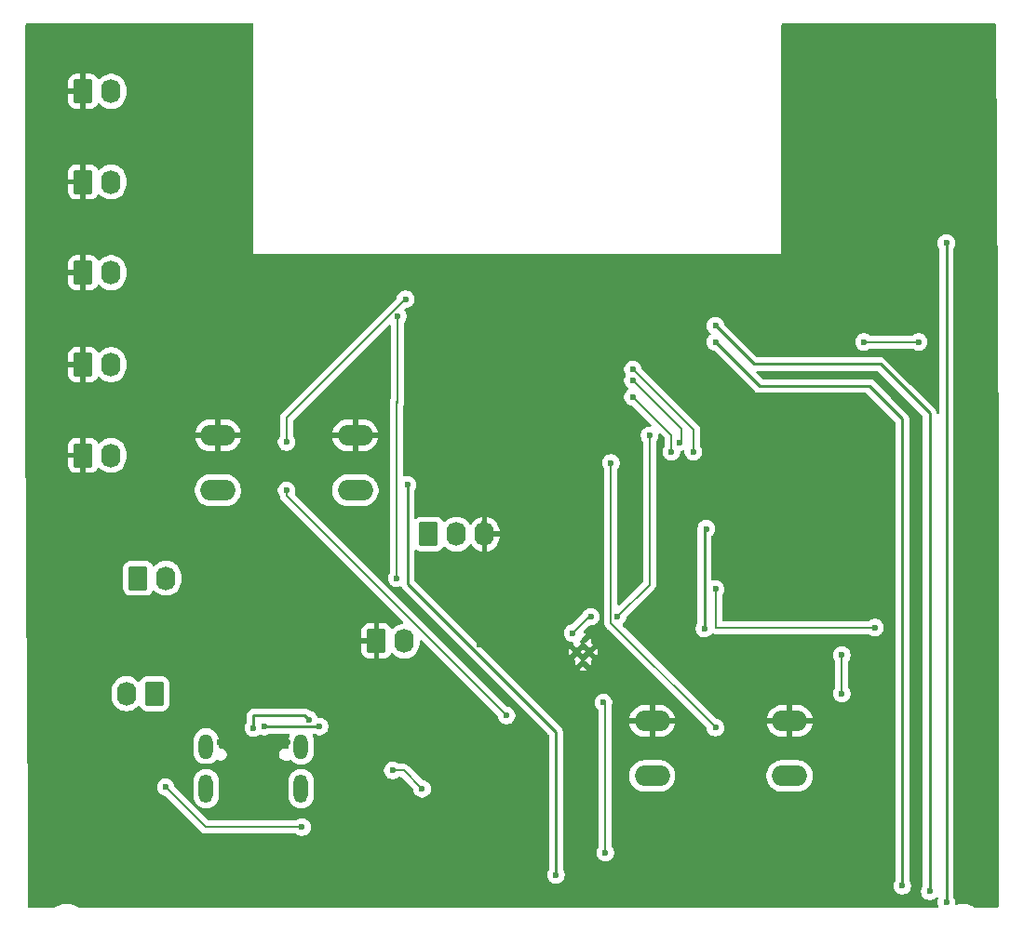
<source format=gbr>
%TF.GenerationSoftware,KiCad,Pcbnew,9.0.0*%
%TF.CreationDate,2025-03-06T16:27:16-06:00*%
%TF.ProjectId,445 Design Document Schematic,34343520-4465-4736-9967-6e20446f6375,rev?*%
%TF.SameCoordinates,Original*%
%TF.FileFunction,Copper,L2,Bot*%
%TF.FilePolarity,Positive*%
%FSLAX46Y46*%
G04 Gerber Fmt 4.6, Leading zero omitted, Abs format (unit mm)*
G04 Created by KiCad (PCBNEW 9.0.0) date 2025-03-06 16:27:16*
%MOMM*%
%LPD*%
G01*
G04 APERTURE LIST*
G04 Aperture macros list*
%AMRoundRect*
0 Rectangle with rounded corners*
0 $1 Rounding radius*
0 $2 $3 $4 $5 $6 $7 $8 $9 X,Y pos of 4 corners*
0 Add a 4 corners polygon primitive as box body*
4,1,4,$2,$3,$4,$5,$6,$7,$8,$9,$2,$3,0*
0 Add four circle primitives for the rounded corners*
1,1,$1+$1,$2,$3*
1,1,$1+$1,$4,$5*
1,1,$1+$1,$6,$7*
1,1,$1+$1,$8,$9*
0 Add four rect primitives between the rounded corners*
20,1,$1+$1,$2,$3,$4,$5,0*
20,1,$1+$1,$4,$5,$6,$7,0*
20,1,$1+$1,$6,$7,$8,$9,0*
20,1,$1+$1,$8,$9,$2,$3,0*%
G04 Aperture macros list end*
%TA.AperFunction,HeatsinkPad*%
%ADD10C,0.600000*%
%TD*%
%TA.AperFunction,ComponentPad*%
%ADD11O,3.200000X1.900000*%
%TD*%
%TA.AperFunction,ComponentPad*%
%ADD12O,1.740000X2.190000*%
%TD*%
%TA.AperFunction,ComponentPad*%
%ADD13RoundRect,0.250000X-0.620000X-0.845000X0.620000X-0.845000X0.620000X0.845000X-0.620000X0.845000X0*%
%TD*%
%TA.AperFunction,ComponentPad*%
%ADD14C,0.500000*%
%TD*%
%TA.AperFunction,ComponentPad*%
%ADD15RoundRect,0.250000X0.620000X0.845000X-0.620000X0.845000X-0.620000X-0.845000X0.620000X-0.845000X0*%
%TD*%
%TA.AperFunction,HeatsinkPad*%
%ADD16O,1.300000X2.600000*%
%TD*%
%TA.AperFunction,HeatsinkPad*%
%ADD17O,1.300000X2.300000*%
%TD*%
%TA.AperFunction,ViaPad*%
%ADD18C,0.600000*%
%TD*%
%TA.AperFunction,Conductor*%
%ADD19C,0.254000*%
%TD*%
%TA.AperFunction,Conductor*%
%ADD20C,0.200000*%
%TD*%
G04 APERTURE END LIST*
D10*
%TO.P,U5,41,GND*%
%TO.N,GND*%
X125600000Y-67020000D03*
X125600000Y-68420000D03*
X126300000Y-66320000D03*
X126300000Y-67720000D03*
X126300000Y-69120000D03*
X127000000Y-67020000D03*
X127000000Y-68420000D03*
X127700000Y-66320000D03*
X127700000Y-67720000D03*
X127700000Y-69120000D03*
X128400000Y-67020000D03*
X128400000Y-68420000D03*
%TD*%
D11*
%TO.P,SW1,1,1*%
%TO.N,GND*%
X101250000Y-75000000D03*
X113750000Y-75000000D03*
%TO.P,SW1,2,2*%
%TO.N,/CHIP_PU*%
X101250000Y-80000000D03*
X113750000Y-80000000D03*
%TD*%
D12*
%TO.P,J5,2,Pin_2*%
%TO.N,Net-(J5-Pin_2)*%
X91540000Y-76815000D03*
D13*
%TO.P,J5,1,Pin_1*%
%TO.N,GND*%
X89000000Y-76815000D03*
%TD*%
D12*
%TO.P,J3,2,Pin_2*%
%TO.N,Net-(J3-Pin_2)*%
X91540000Y-60198000D03*
D13*
%TO.P,J3,1,Pin_1*%
%TO.N,GND*%
X89000000Y-60198000D03*
%TD*%
D12*
%TO.P,J1,2,Pin_2*%
%TO.N,Net-(J1-Pin_2)*%
X91540000Y-43688000D03*
D13*
%TO.P,J1,1,Pin_1*%
%TO.N,GND*%
X89000000Y-43688000D03*
%TD*%
D12*
%TO.P,J2,2,Pin_2*%
%TO.N,Net-(J2-Pin_2)*%
X91540000Y-51923000D03*
D13*
%TO.P,J2,1,Pin_1*%
%TO.N,GND*%
X89000000Y-51923000D03*
%TD*%
D12*
%TO.P,J4,2,Pin_2*%
%TO.N,Net-(J4-Pin_2)*%
X91540000Y-68560000D03*
D13*
%TO.P,J4,1,Pin_1*%
%TO.N,GND*%
X89000000Y-68560000D03*
%TD*%
%TO.P,J7,1,Pin_1*%
%TO.N,GND*%
X115679000Y-93718000D03*
D12*
%TO.P,J7,2,Pin_2*%
%TO.N,+5V*%
X118219000Y-93718000D03*
%TD*%
%TO.P,D1,2,A*%
%TO.N,Net-(D1-A)*%
X96540000Y-88000000D03*
D13*
%TO.P,D1,1,K*%
%TO.N,Net-(D1-K)*%
X94000000Y-88000000D03*
%TD*%
D14*
%TO.P,U3,11,PGND*%
%TO.N,GND*%
X134469000Y-95648000D03*
X133894000Y-94698000D03*
X134469000Y-93748000D03*
X135044000Y-94698000D03*
%TD*%
D12*
%TO.P,D2,2,A*%
%TO.N,Net-(D2-A)*%
X92943000Y-98516000D03*
D15*
%TO.P,D2,1,K*%
%TO.N,Net-(D2-K)*%
X95483000Y-98516000D03*
%TD*%
D12*
%TO.P,J6,3,Pin_3*%
%TO.N,GND*%
X125500000Y-84000000D03*
%TO.P,J6,2,Pin_2*%
%TO.N,/POT*%
X122960000Y-84000000D03*
D13*
%TO.P,J6,1,Pin_1*%
%TO.N,+3.3V*%
X120420000Y-84000000D03*
%TD*%
D11*
%TO.P,SW2,1,1*%
%TO.N,GND*%
X140750000Y-101000000D03*
X153250000Y-101000000D03*
%TO.P,SW2,2,2*%
%TO.N,/GPIO0_STRAPPING*%
X140750000Y-106000000D03*
X153250000Y-106000000D03*
%TD*%
D16*
%TO.P,P2,S1,SHIELD*%
%TO.N,Net-(P2-SHIELD)*%
X108820000Y-107150000D03*
D17*
X108820000Y-103325000D03*
D16*
X100180000Y-107150000D03*
D17*
X100180000Y-103325000D03*
%TD*%
D18*
%TO.N,GND*%
X165000000Y-82000000D03*
X165000000Y-79000000D03*
X170000000Y-80500000D03*
X168500000Y-83000000D03*
X165000000Y-104500000D03*
X161500000Y-106500000D03*
X169500000Y-102000000D03*
X156500000Y-102500000D03*
X162500000Y-100500000D03*
X128500000Y-87000000D03*
X132873000Y-84000000D03*
X125000000Y-94000000D03*
X107610002Y-102950000D03*
X101389998Y-102950000D03*
X99000000Y-105000000D03*
X130462500Y-89500000D03*
X146394645Y-81894645D03*
X147500000Y-83000000D03*
X148000000Y-79500000D03*
X125500000Y-83000000D03*
X134962500Y-89500000D03*
%TO.N,+3.3V*%
X133500000Y-93000000D03*
X135159248Y-91500000D03*
%TO.N,GND*%
X111350000Y-94541000D03*
X112075000Y-61500000D03*
X116537500Y-61500000D03*
X157200000Y-65344000D03*
X115679000Y-93718000D03*
X110075000Y-98798000D03*
X98038500Y-79355000D03*
X98038500Y-70846000D03*
X98038500Y-62337000D03*
X98038500Y-53828000D03*
X98060000Y-45700000D03*
%TO.N,+3.3V*%
X136306644Y-99306644D03*
X136500000Y-113000000D03*
X158000000Y-95000000D03*
X158000000Y-98500000D03*
X137600000Y-91500000D03*
X140500000Y-75000000D03*
X117500000Y-88000000D03*
%TO.N,/USB_D+*%
X146500000Y-65000000D03*
X166000000Y-116500000D03*
%TO.N,/USB_D-*%
X146500000Y-66500000D03*
X146500000Y-66500000D03*
X163500000Y-116000000D03*
X110500000Y-101500000D03*
X105500000Y-101500000D03*
%TO.N,/USB_D+*%
X109521106Y-100873000D03*
X104500000Y-101627000D03*
%TO.N,/USB_CC*%
X167500000Y-117500000D03*
X167500000Y-57500000D03*
%TO.N,/GPIO3_STRAPPING*%
X132000000Y-115000000D03*
X118500000Y-79500000D03*
%TO.N,/DTR*%
X160000000Y-66500000D03*
X165000000Y-66500000D03*
%TO.N,/CHIP_PU*%
X107500000Y-80000000D03*
X127500000Y-100500000D03*
%TO.N,/GPIO0_STRAPPING*%
X137000000Y-77500000D03*
X146500000Y-101600000D03*
%TO.N,/CHIP_PU*%
X118310265Y-62608265D03*
X107500000Y-75600000D03*
%TO.N,Net-(P2-SHIELD)*%
X96500000Y-107000000D03*
X108900000Y-110650000D03*
%TO.N,/DTR*%
X119825735Y-107174265D03*
X117151470Y-105500000D03*
%TO.N,Net-(U4-OSCOUT)*%
X146500000Y-89000000D03*
X161000000Y-92500000D03*
%TO.N,+3.3V*%
X145676002Y-83500000D03*
X145500000Y-92600000D03*
%TO.N,/RFID_RST*%
X139000000Y-69000000D03*
X144500000Y-76500000D03*
%TO.N,/RFID_CS*%
X139000000Y-70000000D03*
X143212133Y-75636398D03*
%TO.N,/RFID_MOSI*%
X142500000Y-76500000D03*
X139000000Y-71500000D03*
%TO.N,GND*%
X150075000Y-94000000D03*
X145503000Y-94000000D03*
%TO.N,+3.3V*%
X117602000Y-64135000D03*
%TD*%
D19*
%TO.N,GND*%
X129000000Y-84000000D02*
X132873000Y-84000000D01*
X128500000Y-87000000D02*
X129000000Y-86500000D01*
X129000000Y-86500000D02*
X129000000Y-84000000D01*
%TO.N,/USB_D-*%
X105500000Y-101500000D02*
X110500000Y-101500000D01*
%TO.N,GND*%
X99000000Y-105000000D02*
X104000000Y-105000000D01*
X147394645Y-81894645D02*
X146394645Y-81894645D01*
X148000000Y-82500000D02*
X147394645Y-81894645D01*
X148000000Y-82500000D02*
X147500000Y-83000000D01*
X148000000Y-79500000D02*
X148000000Y-82500000D01*
D20*
%TO.N,+3.3V*%
X133500000Y-93000000D02*
X135000000Y-91500000D01*
X135000000Y-91500000D02*
X135159248Y-91500000D01*
%TO.N,Net-(P2-SHIELD)*%
X108900000Y-110650000D02*
X100150000Y-110650000D01*
X100150000Y-110650000D02*
X96500000Y-107000000D01*
%TO.N,+3.3V*%
X136306644Y-99306644D02*
X136500000Y-99500000D01*
X136500000Y-99500000D02*
X136500000Y-113000000D01*
X158000000Y-95000000D02*
X158000000Y-98500000D01*
D19*
X145500000Y-92600000D02*
X145500000Y-83676002D01*
X145500000Y-83676002D02*
X145676002Y-83500000D01*
D20*
X140500000Y-88600000D02*
X140500000Y-75000000D01*
X137600000Y-91500000D02*
X140500000Y-88600000D01*
X117500000Y-88000000D02*
X117500000Y-71934000D01*
X117500000Y-71934000D02*
X117602000Y-71832000D01*
D19*
%TO.N,/USB_D+*%
X166000000Y-73000000D02*
X161500000Y-68500000D01*
X166000000Y-116500000D02*
X166000000Y-73000000D01*
X161500000Y-68500000D02*
X150000000Y-68500000D01*
X150000000Y-68500000D02*
X146500000Y-65000000D01*
X109521106Y-100873000D02*
X109148106Y-100500000D01*
X109148106Y-100500000D02*
X104500000Y-100500000D01*
X104500000Y-100500000D02*
X104500000Y-101627000D01*
%TO.N,/USB_D-*%
X160500000Y-70500000D02*
X150500000Y-70500000D01*
X163500000Y-116000000D02*
X163500000Y-73500000D01*
X163500000Y-73500000D02*
X160500000Y-70500000D01*
X150500000Y-70500000D02*
X146500000Y-66500000D01*
%TO.N,/USB_CC*%
X167500000Y-117500000D02*
X167500000Y-57500000D01*
%TO.N,/GPIO3_STRAPPING*%
X118500000Y-88500000D02*
X118500000Y-79500000D01*
X132000000Y-102000000D02*
X118500000Y-88500000D01*
X132000000Y-115000000D02*
X132000000Y-102000000D01*
D20*
%TO.N,/DTR*%
X165000000Y-66500000D02*
X160000000Y-66500000D01*
%TO.N,/CHIP_PU*%
X127500000Y-100500000D02*
X107500000Y-80500000D01*
X107500000Y-80500000D02*
X107500000Y-80000000D01*
%TO.N,/GPIO0_STRAPPING*%
X137000000Y-92100000D02*
X137000000Y-77500000D01*
X146500000Y-101600000D02*
X137000000Y-92100000D01*
%TO.N,/CHIP_PU*%
X107500000Y-73387057D02*
X118278792Y-62608265D01*
X107500000Y-75600000D02*
X107500000Y-73387057D01*
X118278792Y-62608265D02*
X118310265Y-62608265D01*
%TO.N,/DTR*%
X119825735Y-107174265D02*
X118151470Y-105500000D01*
X118151470Y-105500000D02*
X117151470Y-105500000D01*
%TO.N,Net-(U4-OSCOUT)*%
X146500000Y-92500000D02*
X161000000Y-92500000D01*
X146500000Y-89000000D02*
X146500000Y-92500000D01*
%TO.N,/RFID_RST*%
X144500000Y-76500000D02*
X144500000Y-74500000D01*
X144500000Y-74500000D02*
X139000000Y-69000000D01*
%TO.N,/RFID_CS*%
X143212133Y-75636398D02*
X143424265Y-75424266D01*
X143424265Y-75424266D02*
X143424265Y-74424265D01*
X143424265Y-74424265D02*
X139000000Y-70000000D01*
%TO.N,/RFID_MOSI*%
X142500000Y-76500000D02*
X142500000Y-75000000D01*
X142500000Y-75000000D02*
X139000000Y-71500000D01*
%TO.N,+3.3V*%
X117602000Y-72009000D02*
X117602000Y-64135000D01*
X117602000Y-71832000D02*
X117602000Y-72009000D01*
%TD*%
%TA.AperFunction,Conductor*%
%TO.N,GND*%
G36*
X104443039Y-37519685D02*
G01*
X104488794Y-37572489D01*
X104500000Y-37624000D01*
X104500000Y-58510000D01*
X152500000Y-58510000D01*
X152500000Y-37624000D01*
X152519685Y-37556961D01*
X152572489Y-37511206D01*
X152624000Y-37500000D01*
X171876767Y-37500000D01*
X171943806Y-37519685D01*
X171989561Y-37572489D01*
X172000765Y-37623230D01*
X172249498Y-77669178D01*
X172249500Y-77669948D01*
X172249500Y-117876000D01*
X172229815Y-117943039D01*
X172177011Y-117988794D01*
X172125500Y-118000000D01*
X170127033Y-118000000D01*
X170059994Y-117980315D01*
X170051546Y-117974375D01*
X170030299Y-117958071D01*
X170030293Y-117958067D01*
X170030289Y-117958064D01*
X169820212Y-117836776D01*
X169820205Y-117836773D01*
X169596104Y-117743947D01*
X169361785Y-117681161D01*
X169121289Y-117649500D01*
X169121288Y-117649500D01*
X168878712Y-117649500D01*
X168878711Y-117649500D01*
X168638212Y-117681161D01*
X168452601Y-117730896D01*
X168382751Y-117729233D01*
X168324889Y-117690070D01*
X168297385Y-117625842D01*
X168298891Y-117586926D01*
X168300500Y-117578842D01*
X168300500Y-117421158D01*
X168300500Y-117421155D01*
X168300499Y-117421153D01*
X168269738Y-117266510D01*
X168269737Y-117266503D01*
X168269735Y-117266498D01*
X168209397Y-117120827D01*
X168209390Y-117120814D01*
X168148398Y-117029533D01*
X168127520Y-116962855D01*
X168127500Y-116960642D01*
X168127500Y-58039356D01*
X168147185Y-57972317D01*
X168148398Y-57970465D01*
X168209394Y-57879179D01*
X168269737Y-57733497D01*
X168300500Y-57578842D01*
X168300500Y-57421158D01*
X168300500Y-57421155D01*
X168300499Y-57421153D01*
X168269738Y-57266510D01*
X168269737Y-57266503D01*
X168269735Y-57266498D01*
X168209397Y-57120827D01*
X168209390Y-57120814D01*
X168121789Y-56989711D01*
X168121786Y-56989707D01*
X168010292Y-56878213D01*
X168010288Y-56878210D01*
X167879185Y-56790609D01*
X167879172Y-56790602D01*
X167733501Y-56730264D01*
X167733489Y-56730261D01*
X167578845Y-56699500D01*
X167578842Y-56699500D01*
X167421158Y-56699500D01*
X167421155Y-56699500D01*
X167266510Y-56730261D01*
X167266498Y-56730264D01*
X167120827Y-56790602D01*
X167120814Y-56790609D01*
X166989711Y-56878210D01*
X166989707Y-56878213D01*
X166878213Y-56989707D01*
X166878210Y-56989711D01*
X166790609Y-57120814D01*
X166790602Y-57120827D01*
X166730264Y-57266498D01*
X166730261Y-57266510D01*
X166699500Y-57421153D01*
X166699500Y-57578846D01*
X166730261Y-57733489D01*
X166730264Y-57733501D01*
X166790603Y-57879174D01*
X166790604Y-57879175D01*
X166790606Y-57879179D01*
X166851602Y-57970465D01*
X166872480Y-58037142D01*
X166872500Y-58039356D01*
X166872500Y-72910901D01*
X166852815Y-72977940D01*
X166800011Y-73023695D01*
X166730853Y-73033639D01*
X166667297Y-73004614D01*
X166629523Y-72945836D01*
X166626883Y-72935092D01*
X166603387Y-72816972D01*
X166603386Y-72816965D01*
X166558412Y-72708392D01*
X166556764Y-72703786D01*
X166487414Y-72599996D01*
X166487413Y-72599994D01*
X166487411Y-72599992D01*
X166400008Y-72512589D01*
X164266591Y-70379172D01*
X161900011Y-68012591D01*
X161900007Y-68012588D01*
X161797239Y-67943920D01*
X161797226Y-67943913D01*
X161763785Y-67930062D01*
X161683035Y-67896614D01*
X161683027Y-67896612D01*
X161561807Y-67872500D01*
X161561803Y-67872500D01*
X150311281Y-67872500D01*
X150244242Y-67852815D01*
X150223600Y-67836181D01*
X148808572Y-66421153D01*
X159199500Y-66421153D01*
X159199500Y-66578846D01*
X159230261Y-66733489D01*
X159230264Y-66733501D01*
X159290602Y-66879172D01*
X159290609Y-66879185D01*
X159378210Y-67010288D01*
X159378213Y-67010292D01*
X159489707Y-67121786D01*
X159489711Y-67121789D01*
X159620814Y-67209390D01*
X159620827Y-67209397D01*
X159710775Y-67246654D01*
X159766503Y-67269737D01*
X159866577Y-67289643D01*
X159921153Y-67300499D01*
X159921156Y-67300500D01*
X159921158Y-67300500D01*
X160078844Y-67300500D01*
X160078845Y-67300499D01*
X160233497Y-67269737D01*
X160379179Y-67209394D01*
X160379185Y-67209390D01*
X160510875Y-67121398D01*
X160577553Y-67100520D01*
X160579766Y-67100500D01*
X164420234Y-67100500D01*
X164487273Y-67120185D01*
X164489125Y-67121398D01*
X164620814Y-67209390D01*
X164620827Y-67209397D01*
X164710775Y-67246654D01*
X164766503Y-67269737D01*
X164866577Y-67289643D01*
X164921153Y-67300499D01*
X164921156Y-67300500D01*
X164921158Y-67300500D01*
X165078844Y-67300500D01*
X165078845Y-67300499D01*
X165233497Y-67269737D01*
X165379179Y-67209394D01*
X165510289Y-67121789D01*
X165621789Y-67010289D01*
X165709394Y-66879179D01*
X165769737Y-66733497D01*
X165800500Y-66578842D01*
X165800500Y-66421158D01*
X165800500Y-66421155D01*
X165800499Y-66421153D01*
X165769738Y-66266510D01*
X165769737Y-66266503D01*
X165769735Y-66266498D01*
X165709397Y-66120827D01*
X165709390Y-66120814D01*
X165621789Y-65989711D01*
X165621786Y-65989707D01*
X165510292Y-65878213D01*
X165510288Y-65878210D01*
X165379185Y-65790609D01*
X165379172Y-65790602D01*
X165233501Y-65730264D01*
X165233489Y-65730261D01*
X165078845Y-65699500D01*
X165078842Y-65699500D01*
X164921158Y-65699500D01*
X164921155Y-65699500D01*
X164766510Y-65730261D01*
X164766498Y-65730264D01*
X164620827Y-65790602D01*
X164620814Y-65790609D01*
X164489125Y-65878602D01*
X164422447Y-65899480D01*
X164420234Y-65899500D01*
X160579766Y-65899500D01*
X160512727Y-65879815D01*
X160510875Y-65878602D01*
X160379185Y-65790609D01*
X160379172Y-65790602D01*
X160233501Y-65730264D01*
X160233489Y-65730261D01*
X160078845Y-65699500D01*
X160078842Y-65699500D01*
X159921158Y-65699500D01*
X159921155Y-65699500D01*
X159766510Y-65730261D01*
X159766498Y-65730264D01*
X159620827Y-65790602D01*
X159620814Y-65790609D01*
X159489711Y-65878210D01*
X159489707Y-65878213D01*
X159378213Y-65989707D01*
X159378210Y-65989711D01*
X159290609Y-66120814D01*
X159290602Y-66120827D01*
X159230264Y-66266498D01*
X159230261Y-66266510D01*
X159199500Y-66421153D01*
X148808572Y-66421153D01*
X147325091Y-64937672D01*
X147291606Y-64876349D01*
X147291183Y-64874323D01*
X147269737Y-64766503D01*
X147228347Y-64666578D01*
X147209397Y-64620827D01*
X147209390Y-64620814D01*
X147121789Y-64489711D01*
X147121786Y-64489707D01*
X147010292Y-64378213D01*
X147010288Y-64378210D01*
X146879185Y-64290609D01*
X146879172Y-64290602D01*
X146733501Y-64230264D01*
X146733489Y-64230261D01*
X146578845Y-64199500D01*
X146578842Y-64199500D01*
X146421158Y-64199500D01*
X146421155Y-64199500D01*
X146266510Y-64230261D01*
X146266498Y-64230264D01*
X146120827Y-64290602D01*
X146120814Y-64290609D01*
X145989711Y-64378210D01*
X145989707Y-64378213D01*
X145878213Y-64489707D01*
X145878210Y-64489711D01*
X145790609Y-64620814D01*
X145790602Y-64620827D01*
X145730264Y-64766498D01*
X145730261Y-64766510D01*
X145699500Y-64921153D01*
X145699500Y-65078846D01*
X145730261Y-65233489D01*
X145730264Y-65233501D01*
X145790602Y-65379172D01*
X145790609Y-65379185D01*
X145878210Y-65510288D01*
X145878213Y-65510292D01*
X145989707Y-65621786D01*
X146027289Y-65646898D01*
X146072093Y-65700511D01*
X146080800Y-65769836D01*
X146050645Y-65832863D01*
X146027289Y-65853102D01*
X145989707Y-65878213D01*
X145878213Y-65989707D01*
X145878210Y-65989711D01*
X145790609Y-66120814D01*
X145790602Y-66120827D01*
X145730264Y-66266498D01*
X145730261Y-66266510D01*
X145699500Y-66421153D01*
X145699500Y-66578846D01*
X145730261Y-66733489D01*
X145730264Y-66733501D01*
X145790602Y-66879172D01*
X145790609Y-66879185D01*
X145878210Y-67010288D01*
X145878213Y-67010292D01*
X145989707Y-67121786D01*
X145989711Y-67121789D01*
X146120814Y-67209390D01*
X146120827Y-67209397D01*
X146188961Y-67237618D01*
X146266503Y-67269737D01*
X146374185Y-67291156D01*
X146436092Y-67323539D01*
X146437672Y-67325091D01*
X150099988Y-70987408D01*
X150099992Y-70987411D01*
X150202760Y-71056079D01*
X150202773Y-71056086D01*
X150316960Y-71103383D01*
X150316965Y-71103385D01*
X150316969Y-71103385D01*
X150316970Y-71103386D01*
X150438194Y-71127500D01*
X150438197Y-71127500D01*
X150561803Y-71127500D01*
X160188719Y-71127500D01*
X160255758Y-71147185D01*
X160276400Y-71163819D01*
X162836181Y-73723600D01*
X162869666Y-73784923D01*
X162872500Y-73811281D01*
X162872500Y-115460642D01*
X162852815Y-115527681D01*
X162851602Y-115529533D01*
X162790609Y-115620814D01*
X162790602Y-115620827D01*
X162730264Y-115766498D01*
X162730261Y-115766510D01*
X162699500Y-115921153D01*
X162699500Y-116078846D01*
X162730261Y-116233489D01*
X162730264Y-116233501D01*
X162790602Y-116379172D01*
X162790609Y-116379185D01*
X162878210Y-116510288D01*
X162878213Y-116510292D01*
X162989707Y-116621786D01*
X162989711Y-116621789D01*
X163120814Y-116709390D01*
X163120827Y-116709397D01*
X163266498Y-116769735D01*
X163266503Y-116769737D01*
X163421153Y-116800499D01*
X163421156Y-116800500D01*
X163421158Y-116800500D01*
X163578844Y-116800500D01*
X163578845Y-116800499D01*
X163733497Y-116769737D01*
X163879179Y-116709394D01*
X164010289Y-116621789D01*
X164121789Y-116510289D01*
X164209394Y-116379179D01*
X164269737Y-116233497D01*
X164300500Y-116078842D01*
X164300500Y-115921158D01*
X164300500Y-115921155D01*
X164300499Y-115921153D01*
X164269738Y-115766510D01*
X164269737Y-115766503D01*
X164209794Y-115621786D01*
X164209397Y-115620827D01*
X164209390Y-115620814D01*
X164148398Y-115529533D01*
X164127520Y-115462855D01*
X164127500Y-115460642D01*
X164127500Y-73438196D01*
X164127499Y-73438195D01*
X164119904Y-73400008D01*
X164103386Y-73316966D01*
X164056417Y-73203574D01*
X164056229Y-73202985D01*
X163987414Y-73099996D01*
X163987412Y-73099993D01*
X163987410Y-73099991D01*
X163900008Y-73012589D01*
X162450619Y-71563200D01*
X160900011Y-70012591D01*
X160900007Y-70012588D01*
X160797239Y-69943920D01*
X160797226Y-69943913D01*
X160763785Y-69930062D01*
X160683035Y-69896614D01*
X160683027Y-69896612D01*
X160561807Y-69872500D01*
X160561803Y-69872500D01*
X150811281Y-69872500D01*
X150744242Y-69852815D01*
X150723600Y-69836181D01*
X150226600Y-69339181D01*
X150193115Y-69277858D01*
X150198099Y-69208166D01*
X150239971Y-69152233D01*
X150305435Y-69127816D01*
X150314281Y-69127500D01*
X161188719Y-69127500D01*
X161255758Y-69147185D01*
X161276400Y-69163819D01*
X165336181Y-73223600D01*
X165369666Y-73284923D01*
X165372500Y-73311281D01*
X165372500Y-115960642D01*
X165352815Y-116027681D01*
X165351602Y-116029533D01*
X165290609Y-116120814D01*
X165290602Y-116120827D01*
X165230264Y-116266498D01*
X165230261Y-116266510D01*
X165199500Y-116421153D01*
X165199500Y-116578846D01*
X165230261Y-116733489D01*
X165230264Y-116733501D01*
X165290602Y-116879172D01*
X165290609Y-116879185D01*
X165378210Y-117010288D01*
X165378213Y-117010292D01*
X165489707Y-117121786D01*
X165489711Y-117121789D01*
X165620814Y-117209390D01*
X165620827Y-117209397D01*
X165758683Y-117266498D01*
X165766503Y-117269737D01*
X165921153Y-117300499D01*
X165921156Y-117300500D01*
X165921158Y-117300500D01*
X166078844Y-117300500D01*
X166078845Y-117300499D01*
X166233497Y-117269737D01*
X166379179Y-117209394D01*
X166510289Y-117121789D01*
X166547331Y-117084747D01*
X166608653Y-117051261D01*
X166678345Y-117056245D01*
X166734279Y-117098115D01*
X166758697Y-117163579D01*
X166749575Y-117219878D01*
X166730263Y-117266502D01*
X166730261Y-117266510D01*
X166699500Y-117421153D01*
X166699500Y-117578846D01*
X166730261Y-117733489D01*
X166730263Y-117733497D01*
X166734591Y-117743947D01*
X166769634Y-117828547D01*
X166777103Y-117898017D01*
X166745828Y-117960496D01*
X166685739Y-117996148D01*
X166655073Y-118000000D01*
X88627033Y-118000000D01*
X88559994Y-117980315D01*
X88551546Y-117974375D01*
X88530299Y-117958071D01*
X88530293Y-117958067D01*
X88530289Y-117958064D01*
X88320212Y-117836776D01*
X88320205Y-117836773D01*
X88096104Y-117743947D01*
X87861785Y-117681161D01*
X87621289Y-117649500D01*
X87621288Y-117649500D01*
X87378712Y-117649500D01*
X87378711Y-117649500D01*
X87138214Y-117681161D01*
X86903895Y-117743947D01*
X86679794Y-117836773D01*
X86679785Y-117836777D01*
X86469717Y-117958060D01*
X86469700Y-117958071D01*
X86448454Y-117974375D01*
X86383285Y-117999570D01*
X86372967Y-118000000D01*
X84123233Y-118000000D01*
X84056194Y-117980315D01*
X84010439Y-117927511D01*
X83999235Y-117876770D01*
X83931188Y-106921153D01*
X95699500Y-106921153D01*
X95699500Y-107078846D01*
X95730261Y-107233489D01*
X95730264Y-107233501D01*
X95790602Y-107379172D01*
X95790609Y-107379185D01*
X95878210Y-107510288D01*
X95878213Y-107510292D01*
X95989707Y-107621786D01*
X95989711Y-107621789D01*
X96120814Y-107709390D01*
X96120827Y-107709397D01*
X96266498Y-107769735D01*
X96266503Y-107769737D01*
X96331147Y-107782595D01*
X96421849Y-107800638D01*
X96483760Y-107833023D01*
X96485338Y-107834573D01*
X99781284Y-111130520D01*
X99781286Y-111130521D01*
X99781290Y-111130524D01*
X99918209Y-111209573D01*
X99918216Y-111209577D01*
X100070943Y-111250501D01*
X100070945Y-111250501D01*
X100236654Y-111250501D01*
X100236670Y-111250500D01*
X108320234Y-111250500D01*
X108387273Y-111270185D01*
X108389125Y-111271398D01*
X108520814Y-111359390D01*
X108520827Y-111359397D01*
X108666498Y-111419735D01*
X108666503Y-111419737D01*
X108821153Y-111450499D01*
X108821156Y-111450500D01*
X108821158Y-111450500D01*
X108978844Y-111450500D01*
X108978845Y-111450499D01*
X109133497Y-111419737D01*
X109279179Y-111359394D01*
X109410289Y-111271789D01*
X109521789Y-111160289D01*
X109609394Y-111029179D01*
X109669737Y-110883497D01*
X109700500Y-110728842D01*
X109700500Y-110571158D01*
X109700500Y-110571155D01*
X109700499Y-110571153D01*
X109669738Y-110416510D01*
X109669737Y-110416503D01*
X109669735Y-110416498D01*
X109609397Y-110270827D01*
X109609390Y-110270814D01*
X109521789Y-110139711D01*
X109521786Y-110139707D01*
X109410292Y-110028213D01*
X109410288Y-110028210D01*
X109279185Y-109940609D01*
X109279172Y-109940602D01*
X109133501Y-109880264D01*
X109133489Y-109880261D01*
X108978845Y-109849500D01*
X108978842Y-109849500D01*
X108821158Y-109849500D01*
X108821155Y-109849500D01*
X108666510Y-109880261D01*
X108666498Y-109880264D01*
X108520827Y-109940602D01*
X108520814Y-109940609D01*
X108389125Y-110028602D01*
X108322447Y-110049480D01*
X108320234Y-110049500D01*
X100450098Y-110049500D01*
X100383059Y-110029815D01*
X100362417Y-110013181D01*
X97334573Y-106985337D01*
X97301088Y-106924014D01*
X97300637Y-106921847D01*
X97299441Y-106915836D01*
X97269737Y-106766503D01*
X97267138Y-106760228D01*
X97209397Y-106620827D01*
X97209390Y-106620814D01*
X97121789Y-106489711D01*
X97121786Y-106489707D01*
X97041527Y-106409448D01*
X99029500Y-106409448D01*
X99029500Y-107890551D01*
X99057829Y-108069410D01*
X99113787Y-108241636D01*
X99113788Y-108241639D01*
X99196006Y-108402997D01*
X99302441Y-108549494D01*
X99302445Y-108549499D01*
X99430500Y-108677554D01*
X99430505Y-108677558D01*
X99558287Y-108770396D01*
X99577006Y-108783996D01*
X99682484Y-108837740D01*
X99738360Y-108866211D01*
X99738363Y-108866212D01*
X99824476Y-108894191D01*
X99910591Y-108922171D01*
X99993429Y-108935291D01*
X100089449Y-108950500D01*
X100089454Y-108950500D01*
X100270551Y-108950500D01*
X100357259Y-108936765D01*
X100449409Y-108922171D01*
X100621639Y-108866211D01*
X100782994Y-108783996D01*
X100929501Y-108677553D01*
X101057553Y-108549501D01*
X101163996Y-108402994D01*
X101246211Y-108241639D01*
X101302171Y-108069409D01*
X101317161Y-107974764D01*
X101330500Y-107890551D01*
X101330500Y-106409448D01*
X107669500Y-106409448D01*
X107669500Y-107890551D01*
X107697829Y-108069410D01*
X107753787Y-108241636D01*
X107753788Y-108241639D01*
X107836006Y-108402997D01*
X107942441Y-108549494D01*
X107942445Y-108549499D01*
X108070500Y-108677554D01*
X108070505Y-108677558D01*
X108198287Y-108770396D01*
X108217006Y-108783996D01*
X108322484Y-108837740D01*
X108378360Y-108866211D01*
X108378363Y-108866212D01*
X108464476Y-108894191D01*
X108550591Y-108922171D01*
X108633429Y-108935291D01*
X108729449Y-108950500D01*
X108729454Y-108950500D01*
X108910551Y-108950500D01*
X108997259Y-108936765D01*
X109089409Y-108922171D01*
X109261639Y-108866211D01*
X109422994Y-108783996D01*
X109569501Y-108677553D01*
X109697553Y-108549501D01*
X109803996Y-108402994D01*
X109886211Y-108241639D01*
X109942171Y-108069409D01*
X109957161Y-107974764D01*
X109970500Y-107890551D01*
X109970500Y-106409448D01*
X109948371Y-106269737D01*
X109942171Y-106230591D01*
X109886211Y-106058361D01*
X109886211Y-106058360D01*
X109857740Y-106002484D01*
X109803996Y-105897006D01*
X109790396Y-105878287D01*
X109697558Y-105750505D01*
X109697554Y-105750500D01*
X109569499Y-105622445D01*
X109569494Y-105622441D01*
X109422999Y-105516006D01*
X109261639Y-105433788D01*
X109261636Y-105433787D01*
X109222751Y-105421153D01*
X116350970Y-105421153D01*
X116350970Y-105578846D01*
X116381731Y-105733489D01*
X116381734Y-105733501D01*
X116442072Y-105879172D01*
X116442079Y-105879185D01*
X116529680Y-106010288D01*
X116529683Y-106010292D01*
X116641177Y-106121786D01*
X116641181Y-106121789D01*
X116772284Y-106209390D01*
X116772297Y-106209397D01*
X116823465Y-106230591D01*
X116917973Y-106269737D01*
X117072623Y-106300499D01*
X117072626Y-106300500D01*
X117072628Y-106300500D01*
X117230314Y-106300500D01*
X117230315Y-106300499D01*
X117384967Y-106269737D01*
X117530649Y-106209394D01*
X117530655Y-106209390D01*
X117662345Y-106121398D01*
X117680391Y-106115747D01*
X117696301Y-106105523D01*
X117727262Y-106101071D01*
X117729023Y-106100520D01*
X117731236Y-106100500D01*
X117851373Y-106100500D01*
X117918412Y-106120185D01*
X117939054Y-106136819D01*
X118991160Y-107188925D01*
X119024645Y-107250248D01*
X119025096Y-107252414D01*
X119055996Y-107407756D01*
X119055999Y-107407766D01*
X119116337Y-107553437D01*
X119116344Y-107553450D01*
X119203945Y-107684553D01*
X119203948Y-107684557D01*
X119315442Y-107796051D01*
X119315446Y-107796054D01*
X119446549Y-107883655D01*
X119446562Y-107883662D01*
X119592233Y-107944000D01*
X119592238Y-107944002D01*
X119746888Y-107974764D01*
X119746891Y-107974765D01*
X119746893Y-107974765D01*
X119904579Y-107974765D01*
X119904580Y-107974764D01*
X120059232Y-107944002D01*
X120204914Y-107883659D01*
X120336024Y-107796054D01*
X120447524Y-107684554D01*
X120535129Y-107553444D01*
X120595472Y-107407762D01*
X120626235Y-107253107D01*
X120626235Y-107095423D01*
X120626235Y-107095420D01*
X120626234Y-107095418D01*
X120604337Y-106985337D01*
X120595472Y-106940768D01*
X120585145Y-106915836D01*
X120535132Y-106795092D01*
X120535125Y-106795079D01*
X120447524Y-106663976D01*
X120447521Y-106663972D01*
X120336027Y-106552478D01*
X120336023Y-106552475D01*
X120204920Y-106464874D01*
X120204907Y-106464867D01*
X120059236Y-106404529D01*
X120059226Y-106404526D01*
X119903884Y-106373626D01*
X119841973Y-106341241D01*
X119840395Y-106339690D01*
X118639060Y-105138355D01*
X118639058Y-105138352D01*
X118520187Y-105019481D01*
X118520186Y-105019480D01*
X118433374Y-104969360D01*
X118433374Y-104969359D01*
X118433370Y-104969358D01*
X118383255Y-104940423D01*
X118230527Y-104899499D01*
X118072413Y-104899499D01*
X118064817Y-104899499D01*
X118064801Y-104899500D01*
X117731236Y-104899500D01*
X117664197Y-104879815D01*
X117662345Y-104878602D01*
X117530655Y-104790609D01*
X117530642Y-104790602D01*
X117384971Y-104730264D01*
X117384959Y-104730261D01*
X117230315Y-104699500D01*
X117230312Y-104699500D01*
X117072628Y-104699500D01*
X117072625Y-104699500D01*
X116917980Y-104730261D01*
X116917968Y-104730264D01*
X116772297Y-104790602D01*
X116772284Y-104790609D01*
X116641181Y-104878210D01*
X116641177Y-104878213D01*
X116529683Y-104989707D01*
X116529680Y-104989711D01*
X116442079Y-105120814D01*
X116442072Y-105120827D01*
X116381734Y-105266498D01*
X116381731Y-105266510D01*
X116350970Y-105421153D01*
X109222751Y-105421153D01*
X109089410Y-105377829D01*
X108910551Y-105349500D01*
X108910546Y-105349500D01*
X108729454Y-105349500D01*
X108729449Y-105349500D01*
X108550589Y-105377829D01*
X108378363Y-105433787D01*
X108378360Y-105433788D01*
X108217002Y-105516006D01*
X108070505Y-105622441D01*
X108070500Y-105622445D01*
X107942445Y-105750500D01*
X107942441Y-105750505D01*
X107836006Y-105897002D01*
X107753788Y-106058360D01*
X107753787Y-106058363D01*
X107697829Y-106230589D01*
X107669500Y-106409448D01*
X101330500Y-106409448D01*
X101308371Y-106269737D01*
X101302171Y-106230591D01*
X101246211Y-106058361D01*
X101246211Y-106058360D01*
X101217740Y-106002484D01*
X101163996Y-105897006D01*
X101150396Y-105878287D01*
X101057558Y-105750505D01*
X101057554Y-105750500D01*
X100929499Y-105622445D01*
X100929494Y-105622441D01*
X100782997Y-105516006D01*
X100782996Y-105516005D01*
X100782994Y-105516004D01*
X100731300Y-105489664D01*
X100621639Y-105433788D01*
X100621636Y-105433787D01*
X100449410Y-105377829D01*
X100270551Y-105349500D01*
X100270546Y-105349500D01*
X100089454Y-105349500D01*
X100089449Y-105349500D01*
X99910589Y-105377829D01*
X99738363Y-105433787D01*
X99738360Y-105433788D01*
X99577002Y-105516006D01*
X99430505Y-105622441D01*
X99430500Y-105622445D01*
X99302445Y-105750500D01*
X99302441Y-105750505D01*
X99196006Y-105897002D01*
X99113788Y-106058360D01*
X99113787Y-106058363D01*
X99057829Y-106230589D01*
X99029500Y-106409448D01*
X97041527Y-106409448D01*
X97010292Y-106378213D01*
X97010288Y-106378210D01*
X96879185Y-106290609D01*
X96879172Y-106290602D01*
X96733501Y-106230264D01*
X96733489Y-106230261D01*
X96578845Y-106199500D01*
X96578842Y-106199500D01*
X96421158Y-106199500D01*
X96421155Y-106199500D01*
X96266510Y-106230261D01*
X96266498Y-106230264D01*
X96120827Y-106290602D01*
X96120814Y-106290609D01*
X95989711Y-106378210D01*
X95989707Y-106378213D01*
X95878213Y-106489707D01*
X95878210Y-106489711D01*
X95790609Y-106620814D01*
X95790602Y-106620827D01*
X95730264Y-106766498D01*
X95730261Y-106766510D01*
X95699500Y-106921153D01*
X83931188Y-106921153D01*
X83931155Y-106915836D01*
X83905183Y-102734448D01*
X99029500Y-102734448D01*
X99029500Y-103915551D01*
X99057829Y-104094410D01*
X99113787Y-104266636D01*
X99113788Y-104266639D01*
X99196006Y-104427997D01*
X99302441Y-104574494D01*
X99302445Y-104574499D01*
X99430500Y-104702554D01*
X99430505Y-104702558D01*
X99551689Y-104790602D01*
X99577006Y-104808996D01*
X99682484Y-104862740D01*
X99738360Y-104891211D01*
X99738363Y-104891212D01*
X99763869Y-104899499D01*
X99910591Y-104947171D01*
X99993429Y-104960291D01*
X100089449Y-104975500D01*
X100089454Y-104975500D01*
X100270551Y-104975500D01*
X100357259Y-104961765D01*
X100449409Y-104947171D01*
X100621639Y-104891211D01*
X100782994Y-104808996D01*
X100929501Y-104702553D01*
X101057553Y-104574501D01*
X101065775Y-104563184D01*
X101121102Y-104520516D01*
X101190715Y-104514533D01*
X101228097Y-104528679D01*
X101287509Y-104562981D01*
X101287510Y-104562982D01*
X101287512Y-104562982D01*
X101287515Y-104562984D01*
X101427525Y-104600500D01*
X101427528Y-104600500D01*
X101572472Y-104600500D01*
X101572475Y-104600500D01*
X101712485Y-104562984D01*
X101838015Y-104490509D01*
X101940509Y-104388015D01*
X102012984Y-104262485D01*
X102050500Y-104122475D01*
X102050500Y-103977525D01*
X102012984Y-103837515D01*
X101940509Y-103711985D01*
X101838015Y-103609491D01*
X101838013Y-103609490D01*
X101838011Y-103609488D01*
X101712488Y-103537017D01*
X101712489Y-103537017D01*
X101701006Y-103533940D01*
X101572475Y-103499500D01*
X101454500Y-103499500D01*
X101387461Y-103479815D01*
X101341706Y-103427011D01*
X101330500Y-103375500D01*
X101330500Y-102734448D01*
X101314019Y-102630397D01*
X101302171Y-102555591D01*
X101267863Y-102450000D01*
X101246212Y-102383363D01*
X101246211Y-102383360D01*
X101208523Y-102309394D01*
X101163996Y-102222006D01*
X101128246Y-102172800D01*
X101057558Y-102075505D01*
X101057554Y-102075500D01*
X100929499Y-101947445D01*
X100929494Y-101947441D01*
X100782997Y-101841006D01*
X100782996Y-101841005D01*
X100782994Y-101841004D01*
X100731300Y-101814664D01*
X100621639Y-101758788D01*
X100621636Y-101758787D01*
X100449410Y-101702829D01*
X100270551Y-101674500D01*
X100270546Y-101674500D01*
X100089454Y-101674500D01*
X100089449Y-101674500D01*
X99910589Y-101702829D01*
X99738363Y-101758787D01*
X99738360Y-101758788D01*
X99577002Y-101841006D01*
X99430505Y-101947441D01*
X99430500Y-101947445D01*
X99302445Y-102075500D01*
X99302441Y-102075505D01*
X99196006Y-102222002D01*
X99113788Y-102383360D01*
X99113787Y-102383363D01*
X99057829Y-102555589D01*
X99029500Y-102734448D01*
X83905183Y-102734448D01*
X83905158Y-102730352D01*
X83897815Y-101548153D01*
X103699500Y-101548153D01*
X103699500Y-101705846D01*
X103730261Y-101860489D01*
X103730264Y-101860501D01*
X103790602Y-102006172D01*
X103790609Y-102006185D01*
X103878210Y-102137288D01*
X103878213Y-102137292D01*
X103989707Y-102248786D01*
X103989711Y-102248789D01*
X104120814Y-102336390D01*
X104120827Y-102336397D01*
X104234210Y-102383361D01*
X104266503Y-102396737D01*
X104421153Y-102427499D01*
X104421156Y-102427500D01*
X104421158Y-102427500D01*
X104578844Y-102427500D01*
X104578845Y-102427499D01*
X104733497Y-102396737D01*
X104879179Y-102336394D01*
X105010289Y-102248789D01*
X105011928Y-102247149D01*
X105012997Y-102246565D01*
X105014993Y-102244928D01*
X105015303Y-102245306D01*
X105073245Y-102213662D01*
X105142937Y-102218641D01*
X105147065Y-102220265D01*
X105266498Y-102269735D01*
X105266503Y-102269737D01*
X105421153Y-102300499D01*
X105421156Y-102300500D01*
X105421158Y-102300500D01*
X105578844Y-102300500D01*
X105578845Y-102300499D01*
X105733497Y-102269737D01*
X105879179Y-102209394D01*
X105970466Y-102148398D01*
X106037143Y-102127520D01*
X106039357Y-102127500D01*
X107681807Y-102127500D01*
X107748846Y-102147185D01*
X107794601Y-102199989D01*
X107804545Y-102269147D01*
X107792292Y-102307795D01*
X107753788Y-102383360D01*
X107753787Y-102383363D01*
X107697829Y-102555589D01*
X107669500Y-102734448D01*
X107669500Y-103375500D01*
X107649815Y-103442539D01*
X107597011Y-103488294D01*
X107545500Y-103499500D01*
X107302525Y-103499500D01*
X107173993Y-103533940D01*
X107162511Y-103537017D01*
X107036988Y-103609488D01*
X107036982Y-103609493D01*
X106934493Y-103711982D01*
X106934488Y-103711988D01*
X106862017Y-103837511D01*
X106862016Y-103837515D01*
X106824500Y-103977525D01*
X106824500Y-104122475D01*
X106862016Y-104262485D01*
X106862017Y-104262488D01*
X106934488Y-104388011D01*
X106934490Y-104388013D01*
X106934491Y-104388015D01*
X107036985Y-104490509D01*
X107036986Y-104490510D01*
X107036988Y-104490511D01*
X107162511Y-104562982D01*
X107162512Y-104562982D01*
X107162515Y-104562984D01*
X107302525Y-104600500D01*
X107302528Y-104600500D01*
X107697472Y-104600500D01*
X107697475Y-104600500D01*
X107837485Y-104562984D01*
X107837488Y-104562981D01*
X107842030Y-104561765D01*
X107911880Y-104563428D01*
X107961805Y-104593859D01*
X108070500Y-104702554D01*
X108070505Y-104702558D01*
X108191689Y-104790602D01*
X108217006Y-104808996D01*
X108322484Y-104862740D01*
X108378360Y-104891211D01*
X108378363Y-104891212D01*
X108403869Y-104899499D01*
X108550591Y-104947171D01*
X108633429Y-104960291D01*
X108729449Y-104975500D01*
X108729454Y-104975500D01*
X108910551Y-104975500D01*
X108997259Y-104961765D01*
X109089409Y-104947171D01*
X109261639Y-104891211D01*
X109422994Y-104808996D01*
X109569501Y-104702553D01*
X109697553Y-104574501D01*
X109803996Y-104427994D01*
X109886211Y-104266639D01*
X109942171Y-104094409D01*
X109960684Y-103977525D01*
X109970500Y-103915551D01*
X109970500Y-102734448D01*
X109954019Y-102630397D01*
X109942171Y-102555591D01*
X109907863Y-102450000D01*
X109886212Y-102383363D01*
X109886211Y-102383360D01*
X109847708Y-102307795D01*
X109847199Y-102305089D01*
X109845399Y-102303011D01*
X109840790Y-102270961D01*
X109834812Y-102239126D01*
X109835846Y-102236576D01*
X109835455Y-102233853D01*
X109848910Y-102204389D01*
X109861088Y-102174386D01*
X109863336Y-102172800D01*
X109864480Y-102170297D01*
X109891724Y-102152787D01*
X109918194Y-102134128D01*
X109921652Y-102133554D01*
X109923258Y-102132523D01*
X109958193Y-102127500D01*
X109960643Y-102127500D01*
X110027682Y-102147185D01*
X110029534Y-102148398D01*
X110120814Y-102209390D01*
X110120827Y-102209397D01*
X110266498Y-102269735D01*
X110266503Y-102269737D01*
X110421153Y-102300499D01*
X110421156Y-102300500D01*
X110421158Y-102300500D01*
X110578844Y-102300500D01*
X110578845Y-102300499D01*
X110733497Y-102269737D01*
X110879179Y-102209394D01*
X111010289Y-102121789D01*
X111121789Y-102010289D01*
X111209394Y-101879179D01*
X111269737Y-101733497D01*
X111300500Y-101578842D01*
X111300500Y-101421158D01*
X111300500Y-101421155D01*
X111300499Y-101421153D01*
X111269738Y-101266510D01*
X111269737Y-101266503D01*
X111237882Y-101189598D01*
X111209397Y-101120827D01*
X111209390Y-101120814D01*
X111121789Y-100989711D01*
X111121786Y-100989707D01*
X111010292Y-100878213D01*
X111010288Y-100878210D01*
X110879185Y-100790609D01*
X110879172Y-100790602D01*
X110733501Y-100730264D01*
X110733489Y-100730261D01*
X110578845Y-100699500D01*
X110578842Y-100699500D01*
X110421158Y-100699500D01*
X110421157Y-100699500D01*
X110415095Y-100700097D01*
X110414914Y-100698261D01*
X110353918Y-100692792D01*
X110298748Y-100649918D01*
X110284783Y-100624872D01*
X110230500Y-100493821D01*
X110230498Y-100493818D01*
X110230496Y-100493814D01*
X110142895Y-100362711D01*
X110142892Y-100362707D01*
X110031398Y-100251213D01*
X110031394Y-100251210D01*
X109900291Y-100163609D01*
X109900278Y-100163602D01*
X109754607Y-100103264D01*
X109754597Y-100103261D01*
X109646921Y-100081843D01*
X109633166Y-100075198D01*
X109620770Y-100073547D01*
X109599474Y-100058923D01*
X109590883Y-100054773D01*
X109587019Y-100051494D01*
X109548114Y-100012589D01*
X109521377Y-99994724D01*
X109515459Y-99990769D01*
X109515457Y-99990768D01*
X109445344Y-99943920D01*
X109445332Y-99943913D01*
X109407958Y-99928433D01*
X109331141Y-99896614D01*
X109331133Y-99896612D01*
X109209913Y-99872500D01*
X109209909Y-99872500D01*
X104561803Y-99872500D01*
X104438197Y-99872500D01*
X104438195Y-99872500D01*
X104316970Y-99896613D01*
X104316960Y-99896616D01*
X104202773Y-99943913D01*
X104202760Y-99943920D01*
X104099992Y-100012588D01*
X104099988Y-100012591D01*
X104012591Y-100099988D01*
X104012588Y-100099992D01*
X103943920Y-100202760D01*
X103943913Y-100202773D01*
X103896616Y-100316960D01*
X103896613Y-100316970D01*
X103872500Y-100438194D01*
X103872500Y-101087642D01*
X103852815Y-101154681D01*
X103851602Y-101156533D01*
X103790609Y-101247814D01*
X103790602Y-101247827D01*
X103730264Y-101393498D01*
X103730261Y-101393510D01*
X103699500Y-101548153D01*
X83897815Y-101548153D01*
X83897782Y-101542836D01*
X83876914Y-98183133D01*
X91572500Y-98183133D01*
X91572500Y-98848866D01*
X91598068Y-99010292D01*
X91606246Y-99061926D01*
X91672908Y-99267089D01*
X91770843Y-99459299D01*
X91897641Y-99633821D01*
X92050179Y-99786359D01*
X92224701Y-99913157D01*
X92416911Y-100011092D01*
X92622074Y-100077754D01*
X92701973Y-100090408D01*
X92835134Y-100111500D01*
X92835139Y-100111500D01*
X93050866Y-100111500D01*
X93169230Y-100092752D01*
X93263926Y-100077754D01*
X93469089Y-100011092D01*
X93661299Y-99913157D01*
X93835821Y-99786359D01*
X93977807Y-99644372D01*
X94039126Y-99610890D01*
X94108818Y-99615874D01*
X94164752Y-99657745D01*
X94177864Y-99679645D01*
X94178181Y-99680326D01*
X94178186Y-99680334D01*
X94270288Y-99829656D01*
X94394344Y-99953712D01*
X94543666Y-100045814D01*
X94710203Y-100100999D01*
X94812991Y-100111500D01*
X96153008Y-100111499D01*
X96255797Y-100100999D01*
X96422334Y-100045814D01*
X96571656Y-99953712D01*
X96695712Y-99829656D01*
X96787814Y-99680334D01*
X96842999Y-99513797D01*
X96853500Y-99411009D01*
X96853499Y-97620992D01*
X96842999Y-97518203D01*
X96787814Y-97351666D01*
X96695712Y-97202344D01*
X96571656Y-97078288D01*
X96422334Y-96986186D01*
X96255797Y-96931001D01*
X96255795Y-96931000D01*
X96153010Y-96920500D01*
X94812998Y-96920500D01*
X94812981Y-96920501D01*
X94710203Y-96931000D01*
X94710200Y-96931001D01*
X94543668Y-96986185D01*
X94543663Y-96986187D01*
X94394342Y-97078289D01*
X94270289Y-97202342D01*
X94178179Y-97351677D01*
X94177861Y-97352360D01*
X94177518Y-97352748D01*
X94174395Y-97357813D01*
X94173529Y-97357278D01*
X94131683Y-97404794D01*
X94064487Y-97423939D01*
X93997608Y-97403716D01*
X93977804Y-97387624D01*
X93835823Y-97245643D01*
X93835821Y-97245641D01*
X93661299Y-97118843D01*
X93469089Y-97020908D01*
X93263926Y-96954246D01*
X93263924Y-96954245D01*
X93263922Y-96954245D01*
X93050866Y-96920500D01*
X93050861Y-96920500D01*
X92835139Y-96920500D01*
X92835134Y-96920500D01*
X92622077Y-96954245D01*
X92416908Y-97020909D01*
X92224700Y-97118843D01*
X92125129Y-97191186D01*
X92050179Y-97245641D01*
X92050177Y-97245643D01*
X92050176Y-97245643D01*
X91897643Y-97398176D01*
X91897643Y-97398177D01*
X91897641Y-97398179D01*
X91843186Y-97473129D01*
X91770843Y-97572700D01*
X91672909Y-97764908D01*
X91606245Y-97970077D01*
X91572500Y-98183133D01*
X83876914Y-98183133D01*
X83876889Y-98179037D01*
X83850419Y-93917408D01*
X83843607Y-92820634D01*
X83808106Y-87104983D01*
X92629500Y-87104983D01*
X92629500Y-88895001D01*
X92629501Y-88895018D01*
X92640000Y-88997796D01*
X92640001Y-88997799D01*
X92677584Y-89111216D01*
X92695186Y-89164334D01*
X92787288Y-89313656D01*
X92911344Y-89437712D01*
X93060666Y-89529814D01*
X93227203Y-89584999D01*
X93329991Y-89595500D01*
X94670008Y-89595499D01*
X94772797Y-89584999D01*
X94939334Y-89529814D01*
X95088656Y-89437712D01*
X95212712Y-89313656D01*
X95304814Y-89164334D01*
X95304817Y-89164322D01*
X95305129Y-89163657D01*
X95305469Y-89163269D01*
X95308605Y-89158187D01*
X95309473Y-89158722D01*
X95351299Y-89111216D01*
X95418491Y-89092060D01*
X95485373Y-89112272D01*
X95505195Y-89128375D01*
X95647179Y-89270359D01*
X95821701Y-89397157D01*
X96013911Y-89495092D01*
X96219074Y-89561754D01*
X96298973Y-89574408D01*
X96432134Y-89595500D01*
X96432139Y-89595500D01*
X96647866Y-89595500D01*
X96766230Y-89576752D01*
X96860926Y-89561754D01*
X97066089Y-89495092D01*
X97258299Y-89397157D01*
X97432821Y-89270359D01*
X97585359Y-89117821D01*
X97712157Y-88943299D01*
X97810092Y-88751089D01*
X97876754Y-88545926D01*
X97901833Y-88387584D01*
X97910500Y-88332866D01*
X97910500Y-87667133D01*
X97882398Y-87489711D01*
X97876754Y-87454074D01*
X97810092Y-87248911D01*
X97712157Y-87056701D01*
X97585359Y-86882179D01*
X97432821Y-86729641D01*
X97258299Y-86602843D01*
X97066089Y-86504908D01*
X96860926Y-86438246D01*
X96860924Y-86438245D01*
X96860922Y-86438245D01*
X96647866Y-86404500D01*
X96647861Y-86404500D01*
X96432139Y-86404500D01*
X96432134Y-86404500D01*
X96219077Y-86438245D01*
X96013908Y-86504909D01*
X95821700Y-86602843D01*
X95647180Y-86729640D01*
X95505195Y-86871625D01*
X95443872Y-86905109D01*
X95374180Y-86900125D01*
X95318247Y-86858253D01*
X95305132Y-86836348D01*
X95304815Y-86835669D01*
X95304814Y-86835668D01*
X95304814Y-86835666D01*
X95212712Y-86686344D01*
X95088656Y-86562288D01*
X94939334Y-86470186D01*
X94772797Y-86415001D01*
X94772795Y-86415000D01*
X94670010Y-86404500D01*
X93329998Y-86404500D01*
X93329981Y-86404501D01*
X93227203Y-86415000D01*
X93227200Y-86415001D01*
X93060668Y-86470185D01*
X93060663Y-86470187D01*
X92911342Y-86562289D01*
X92787289Y-86686342D01*
X92695187Y-86835663D01*
X92695186Y-86835666D01*
X92640001Y-87002203D01*
X92640001Y-87002204D01*
X92640000Y-87002204D01*
X92629500Y-87104983D01*
X83808106Y-87104983D01*
X83808091Y-87102604D01*
X83763266Y-79885837D01*
X99149500Y-79885837D01*
X99149500Y-80114162D01*
X99185215Y-80339660D01*
X99255770Y-80556803D01*
X99359419Y-80760224D01*
X99359421Y-80760228D01*
X99493621Y-80944937D01*
X99655063Y-81106379D01*
X99839772Y-81240579D01*
X99935884Y-81289550D01*
X100043196Y-81344229D01*
X100043198Y-81344229D01*
X100043201Y-81344231D01*
X100159592Y-81382049D01*
X100260339Y-81414784D01*
X100485838Y-81450500D01*
X100485843Y-81450500D01*
X102014162Y-81450500D01*
X102239660Y-81414784D01*
X102456799Y-81344231D01*
X102660228Y-81240579D01*
X102844937Y-81106379D01*
X103006379Y-80944937D01*
X103140579Y-80760228D01*
X103244231Y-80556799D01*
X103314784Y-80339660D01*
X103331598Y-80233501D01*
X103350500Y-80114162D01*
X103350500Y-79921153D01*
X106699500Y-79921153D01*
X106699500Y-80078846D01*
X106730261Y-80233489D01*
X106730264Y-80233501D01*
X106790602Y-80379172D01*
X106790609Y-80379185D01*
X106878601Y-80510873D01*
X106897467Y-80571124D01*
X106898438Y-80570997D01*
X106899171Y-80576568D01*
X106899479Y-80577550D01*
X106899492Y-80579002D01*
X106899498Y-80579054D01*
X106899499Y-80579057D01*
X106940423Y-80731785D01*
X106956844Y-80760227D01*
X106956845Y-80760229D01*
X106956846Y-80760229D01*
X107019479Y-80868714D01*
X107019481Y-80868717D01*
X107138349Y-80987585D01*
X107138355Y-80987590D01*
X118079013Y-91928248D01*
X118112498Y-91989571D01*
X118107514Y-92059263D01*
X118065642Y-92115196D01*
X118010731Y-92138402D01*
X117898076Y-92156245D01*
X117692908Y-92222909D01*
X117500700Y-92320843D01*
X117326180Y-92447640D01*
X117183816Y-92590004D01*
X117122493Y-92623488D01*
X117052801Y-92618504D01*
X116996868Y-92576632D01*
X116983748Y-92554716D01*
X116983356Y-92553876D01*
X116891315Y-92404654D01*
X116767345Y-92280684D01*
X116618124Y-92188643D01*
X116618119Y-92188641D01*
X116451697Y-92133494D01*
X116451690Y-92133493D01*
X116348986Y-92123000D01*
X115929000Y-92123000D01*
X115929000Y-93175290D01*
X115908661Y-93163548D01*
X115757333Y-93123000D01*
X115600667Y-93123000D01*
X115449339Y-93163548D01*
X115429000Y-93175290D01*
X115429000Y-92123000D01*
X115009028Y-92123000D01*
X115009012Y-92123001D01*
X114906302Y-92133494D01*
X114739880Y-92188641D01*
X114739875Y-92188643D01*
X114590654Y-92280684D01*
X114466684Y-92404654D01*
X114374643Y-92553875D01*
X114374641Y-92553880D01*
X114319494Y-92720302D01*
X114319493Y-92720309D01*
X114309000Y-92823013D01*
X114309000Y-93468000D01*
X115136291Y-93468000D01*
X115124548Y-93488339D01*
X115084000Y-93639667D01*
X115084000Y-93796333D01*
X115124548Y-93947661D01*
X115136291Y-93968000D01*
X114309001Y-93968000D01*
X114309001Y-94612986D01*
X114319494Y-94715697D01*
X114374641Y-94882119D01*
X114374643Y-94882124D01*
X114466684Y-95031345D01*
X114590654Y-95155315D01*
X114739875Y-95247356D01*
X114739880Y-95247358D01*
X114906302Y-95302505D01*
X114906309Y-95302506D01*
X115009019Y-95312999D01*
X115428999Y-95312999D01*
X115429000Y-95312998D01*
X115429000Y-94260709D01*
X115449339Y-94272452D01*
X115600667Y-94313000D01*
X115757333Y-94313000D01*
X115908661Y-94272452D01*
X115929000Y-94260709D01*
X115929000Y-95312999D01*
X116348972Y-95312999D01*
X116348986Y-95312998D01*
X116451697Y-95302505D01*
X116618119Y-95247358D01*
X116618124Y-95247356D01*
X116767345Y-95155315D01*
X116891315Y-95031345D01*
X116983354Y-94882127D01*
X116983745Y-94881289D01*
X116984167Y-94880809D01*
X116987149Y-94875975D01*
X116987974Y-94876484D01*
X117029910Y-94828843D01*
X117097100Y-94809681D01*
X117163984Y-94829887D01*
X117183816Y-94845996D01*
X117326179Y-94988359D01*
X117500701Y-95115157D01*
X117692911Y-95213092D01*
X117898074Y-95279754D01*
X117977973Y-95292408D01*
X118111134Y-95313500D01*
X118111139Y-95313500D01*
X118326866Y-95313500D01*
X118445230Y-95294752D01*
X118539926Y-95279754D01*
X118745089Y-95213092D01*
X118937299Y-95115157D01*
X119111821Y-94988359D01*
X119264359Y-94835821D01*
X119391157Y-94661299D01*
X119489092Y-94469089D01*
X119555754Y-94263926D01*
X119570752Y-94169230D01*
X119589500Y-94050866D01*
X119589500Y-93738097D01*
X119609185Y-93671058D01*
X119661989Y-93625303D01*
X119731147Y-93615359D01*
X119794703Y-93644384D01*
X119801181Y-93650416D01*
X126665425Y-100514660D01*
X126698910Y-100575983D01*
X126699361Y-100578149D01*
X126730261Y-100733491D01*
X126730264Y-100733501D01*
X126790602Y-100879172D01*
X126790609Y-100879185D01*
X126878210Y-101010288D01*
X126878213Y-101010292D01*
X126989707Y-101121786D01*
X126989711Y-101121789D01*
X127120814Y-101209390D01*
X127120827Y-101209397D01*
X127258683Y-101266498D01*
X127266503Y-101269737D01*
X127421153Y-101300499D01*
X127421156Y-101300500D01*
X127421158Y-101300500D01*
X127578844Y-101300500D01*
X127578845Y-101300499D01*
X127733497Y-101269737D01*
X127851592Y-101220821D01*
X127879172Y-101209397D01*
X127879172Y-101209396D01*
X127879179Y-101209394D01*
X128010289Y-101121789D01*
X128121789Y-101010289D01*
X128209394Y-100879179D01*
X128269737Y-100733497D01*
X128300500Y-100578842D01*
X128300500Y-100421158D01*
X128300500Y-100421155D01*
X128300499Y-100421153D01*
X128286346Y-100350000D01*
X128269737Y-100266503D01*
X128263403Y-100251211D01*
X128209397Y-100120827D01*
X128209390Y-100120814D01*
X128121789Y-99989711D01*
X128121786Y-99989707D01*
X128010292Y-99878213D01*
X128010288Y-99878210D01*
X127879185Y-99790609D01*
X127879172Y-99790602D01*
X127733501Y-99730264D01*
X127733491Y-99730261D01*
X127578149Y-99699361D01*
X127516238Y-99666976D01*
X127514660Y-99665425D01*
X108273551Y-80424316D01*
X108240066Y-80362993D01*
X108245050Y-80293301D01*
X108246671Y-80289182D01*
X108269737Y-80233497D01*
X108300500Y-80078842D01*
X108300500Y-79921158D01*
X108300500Y-79921155D01*
X108300499Y-79921153D01*
X108297319Y-79905162D01*
X108293475Y-79885837D01*
X111649500Y-79885837D01*
X111649500Y-80114162D01*
X111685215Y-80339660D01*
X111755770Y-80556803D01*
X111859419Y-80760224D01*
X111859421Y-80760228D01*
X111993621Y-80944937D01*
X112155063Y-81106379D01*
X112339772Y-81240579D01*
X112435884Y-81289550D01*
X112543196Y-81344229D01*
X112543198Y-81344229D01*
X112543201Y-81344231D01*
X112659592Y-81382049D01*
X112760339Y-81414784D01*
X112985838Y-81450500D01*
X112985843Y-81450500D01*
X114514162Y-81450500D01*
X114739660Y-81414784D01*
X114956799Y-81344231D01*
X115160228Y-81240579D01*
X115344937Y-81106379D01*
X115506379Y-80944937D01*
X115640579Y-80760228D01*
X115744231Y-80556799D01*
X115814784Y-80339660D01*
X115831598Y-80233501D01*
X115850500Y-80114162D01*
X115850500Y-79885837D01*
X115814784Y-79660339D01*
X115744229Y-79443196D01*
X115689550Y-79335884D01*
X115640579Y-79239772D01*
X115506379Y-79055063D01*
X115344937Y-78893621D01*
X115160228Y-78759421D01*
X114956803Y-78655770D01*
X114739660Y-78585215D01*
X114514162Y-78549500D01*
X114514157Y-78549500D01*
X112985843Y-78549500D01*
X112985838Y-78549500D01*
X112760339Y-78585215D01*
X112543196Y-78655770D01*
X112339771Y-78759421D01*
X112155061Y-78893622D01*
X111993622Y-79055061D01*
X111859421Y-79239771D01*
X111755770Y-79443196D01*
X111685215Y-79660339D01*
X111649500Y-79885837D01*
X108293475Y-79885837D01*
X108269738Y-79766508D01*
X108269737Y-79766507D01*
X108269737Y-79766503D01*
X108256062Y-79733489D01*
X108209397Y-79620827D01*
X108209390Y-79620814D01*
X108121789Y-79489711D01*
X108121786Y-79489707D01*
X108010292Y-79378213D01*
X108010288Y-79378210D01*
X107879185Y-79290609D01*
X107879172Y-79290602D01*
X107733501Y-79230264D01*
X107733489Y-79230261D01*
X107578845Y-79199500D01*
X107578842Y-79199500D01*
X107421158Y-79199500D01*
X107421155Y-79199500D01*
X107266510Y-79230261D01*
X107266498Y-79230264D01*
X107120827Y-79290602D01*
X107120814Y-79290609D01*
X106989711Y-79378210D01*
X106989707Y-79378213D01*
X106878213Y-79489707D01*
X106878210Y-79489711D01*
X106790609Y-79620814D01*
X106790602Y-79620827D01*
X106730264Y-79766498D01*
X106730261Y-79766510D01*
X106699500Y-79921153D01*
X103350500Y-79921153D01*
X103350500Y-79885837D01*
X103314784Y-79660339D01*
X103244229Y-79443196D01*
X103189550Y-79335884D01*
X103140579Y-79239772D01*
X103006379Y-79055063D01*
X102844937Y-78893621D01*
X102660228Y-78759421D01*
X102456803Y-78655770D01*
X102239660Y-78585215D01*
X102014162Y-78549500D01*
X102014157Y-78549500D01*
X100485843Y-78549500D01*
X100485838Y-78549500D01*
X100260339Y-78585215D01*
X100043196Y-78655770D01*
X99839771Y-78759421D01*
X99655061Y-78893622D01*
X99493622Y-79055061D01*
X99359421Y-79239771D01*
X99255770Y-79443196D01*
X99185215Y-79660339D01*
X99149500Y-79885837D01*
X83763266Y-79885837D01*
X83763241Y-79881741D01*
X83750502Y-77830822D01*
X83750500Y-77830052D01*
X83750500Y-75920013D01*
X87630000Y-75920013D01*
X87630000Y-76565000D01*
X88457291Y-76565000D01*
X88445548Y-76585339D01*
X88405000Y-76736667D01*
X88405000Y-76893333D01*
X88445548Y-77044661D01*
X88457291Y-77065000D01*
X87630001Y-77065000D01*
X87630001Y-77709986D01*
X87640494Y-77812697D01*
X87695641Y-77979119D01*
X87695643Y-77979124D01*
X87787684Y-78128345D01*
X87911654Y-78252315D01*
X88060875Y-78344356D01*
X88060880Y-78344358D01*
X88227302Y-78399505D01*
X88227309Y-78399506D01*
X88330019Y-78409999D01*
X88749999Y-78409999D01*
X88750000Y-78409998D01*
X88750000Y-77357709D01*
X88770339Y-77369452D01*
X88921667Y-77410000D01*
X89078333Y-77410000D01*
X89229661Y-77369452D01*
X89250000Y-77357709D01*
X89250000Y-78409999D01*
X89669972Y-78409999D01*
X89669986Y-78409998D01*
X89772697Y-78399505D01*
X89939119Y-78344358D01*
X89939124Y-78344356D01*
X90088345Y-78252315D01*
X90212315Y-78128345D01*
X90304354Y-77979127D01*
X90304745Y-77978289D01*
X90305167Y-77977809D01*
X90308149Y-77972975D01*
X90308974Y-77973484D01*
X90350910Y-77925843D01*
X90418100Y-77906681D01*
X90484984Y-77926887D01*
X90504816Y-77942996D01*
X90647179Y-78085359D01*
X90821701Y-78212157D01*
X91013911Y-78310092D01*
X91219074Y-78376754D01*
X91298973Y-78389408D01*
X91432134Y-78410500D01*
X91432139Y-78410500D01*
X91647866Y-78410500D01*
X91766230Y-78391752D01*
X91860926Y-78376754D01*
X92066089Y-78310092D01*
X92258299Y-78212157D01*
X92432821Y-78085359D01*
X92585359Y-77932821D01*
X92712157Y-77758299D01*
X92810092Y-77566089D01*
X92876754Y-77360926D01*
X92900754Y-77209397D01*
X92910500Y-77147866D01*
X92910500Y-76482133D01*
X92887810Y-76338882D01*
X92876754Y-76269074D01*
X92810092Y-76063911D01*
X92712157Y-75871701D01*
X92585359Y-75697179D01*
X92432821Y-75544641D01*
X92258299Y-75417843D01*
X92179482Y-75377684D01*
X92072986Y-75323422D01*
X92072984Y-75323420D01*
X92066094Y-75319910D01*
X92066091Y-75319909D01*
X92066089Y-75319908D01*
X91860926Y-75253246D01*
X91860924Y-75253245D01*
X91860922Y-75253245D01*
X91647866Y-75219500D01*
X91647861Y-75219500D01*
X91432139Y-75219500D01*
X91432134Y-75219500D01*
X91219077Y-75253245D01*
X91013908Y-75319909D01*
X90821700Y-75417843D01*
X90647180Y-75544640D01*
X90504816Y-75687004D01*
X90443493Y-75720488D01*
X90373801Y-75715504D01*
X90317868Y-75673632D01*
X90304748Y-75651716D01*
X90304356Y-75650876D01*
X90212315Y-75501654D01*
X90088345Y-75377684D01*
X89939124Y-75285643D01*
X89939119Y-75285641D01*
X89772697Y-75230494D01*
X89772690Y-75230493D01*
X89669986Y-75220000D01*
X89250000Y-75220000D01*
X89250000Y-76272290D01*
X89229661Y-76260548D01*
X89078333Y-76220000D01*
X88921667Y-76220000D01*
X88770339Y-76260548D01*
X88750000Y-76272290D01*
X88750000Y-75220000D01*
X88330028Y-75220000D01*
X88330012Y-75220001D01*
X88227302Y-75230494D01*
X88060880Y-75285641D01*
X88060875Y-75285643D01*
X87911654Y-75377684D01*
X87787684Y-75501654D01*
X87695643Y-75650875D01*
X87695641Y-75650880D01*
X87640494Y-75817302D01*
X87640493Y-75817309D01*
X87630000Y-75920013D01*
X83750500Y-75920013D01*
X83750500Y-74750000D01*
X99171522Y-74750000D01*
X100649999Y-74750000D01*
X100624979Y-74810402D01*
X100600000Y-74935981D01*
X100600000Y-75064019D01*
X100624979Y-75189598D01*
X100649999Y-75250000D01*
X99171522Y-75250000D01*
X99185704Y-75339544D01*
X99256230Y-75556604D01*
X99359849Y-75759966D01*
X99494004Y-75944614D01*
X99655385Y-76105995D01*
X99840033Y-76240150D01*
X100043395Y-76343769D01*
X100260455Y-76414295D01*
X100485884Y-76450000D01*
X101000000Y-76450000D01*
X101000000Y-75600001D01*
X101060402Y-75625021D01*
X101185981Y-75650000D01*
X101314019Y-75650000D01*
X101439598Y-75625021D01*
X101500000Y-75600001D01*
X101500000Y-76450000D01*
X102014116Y-76450000D01*
X102239544Y-76414295D01*
X102456604Y-76343769D01*
X102659966Y-76240150D01*
X102844614Y-76105995D01*
X103005995Y-75944614D01*
X103140150Y-75759966D01*
X103243769Y-75556604D01*
X103255288Y-75521153D01*
X106699500Y-75521153D01*
X106699500Y-75678846D01*
X106730261Y-75833489D01*
X106730264Y-75833501D01*
X106790602Y-75979172D01*
X106790609Y-75979185D01*
X106878210Y-76110288D01*
X106878213Y-76110292D01*
X106989707Y-76221786D01*
X106989711Y-76221789D01*
X107120814Y-76309390D01*
X107120827Y-76309397D01*
X107266498Y-76369735D01*
X107266503Y-76369737D01*
X107397540Y-76395802D01*
X107421153Y-76400499D01*
X107421156Y-76400500D01*
X107421158Y-76400500D01*
X107578844Y-76400500D01*
X107578845Y-76400499D01*
X107733497Y-76369737D01*
X107879179Y-76309394D01*
X108010289Y-76221789D01*
X108121789Y-76110289D01*
X108209394Y-75979179D01*
X108269737Y-75833497D01*
X108300500Y-75678842D01*
X108300500Y-75521158D01*
X108300500Y-75521155D01*
X108300499Y-75521153D01*
X108279949Y-75417843D01*
X108269737Y-75366503D01*
X108269735Y-75366498D01*
X108229317Y-75268918D01*
X108229314Y-75268914D01*
X108209394Y-75220821D01*
X108121789Y-75089711D01*
X108121277Y-75089199D01*
X108118225Y-75084122D01*
X108110108Y-75053071D01*
X108100520Y-75022447D01*
X108100500Y-75020234D01*
X108100500Y-74750000D01*
X111671522Y-74750000D01*
X113149999Y-74750000D01*
X113124979Y-74810402D01*
X113100000Y-74935981D01*
X113100000Y-75064019D01*
X113124979Y-75189598D01*
X113149999Y-75250000D01*
X111671522Y-75250000D01*
X111685704Y-75339544D01*
X111756230Y-75556604D01*
X111859849Y-75759966D01*
X111994004Y-75944614D01*
X112155385Y-76105995D01*
X112340033Y-76240150D01*
X112543395Y-76343769D01*
X112760455Y-76414295D01*
X112985884Y-76450000D01*
X113500000Y-76450000D01*
X113500000Y-75600001D01*
X113560402Y-75625021D01*
X113685981Y-75650000D01*
X113814019Y-75650000D01*
X113939598Y-75625021D01*
X114000000Y-75600001D01*
X114000000Y-76450000D01*
X114514116Y-76450000D01*
X114739544Y-76414295D01*
X114956604Y-76343769D01*
X115159966Y-76240150D01*
X115344614Y-76105995D01*
X115505995Y-75944614D01*
X115640150Y-75759966D01*
X115743769Y-75556604D01*
X115814295Y-75339544D01*
X115828478Y-75250000D01*
X114350001Y-75250000D01*
X114375021Y-75189598D01*
X114400000Y-75064019D01*
X114400000Y-74935981D01*
X114375021Y-74810402D01*
X114350001Y-74750000D01*
X115828478Y-74750000D01*
X115814295Y-74660455D01*
X115743769Y-74443395D01*
X115640150Y-74240033D01*
X115505995Y-74055385D01*
X115344614Y-73894004D01*
X115159966Y-73759849D01*
X114956604Y-73656230D01*
X114739544Y-73585704D01*
X114514116Y-73550000D01*
X114000000Y-73550000D01*
X114000000Y-74399998D01*
X113939598Y-74374979D01*
X113814019Y-74350000D01*
X113685981Y-74350000D01*
X113560402Y-74374979D01*
X113500000Y-74399998D01*
X113500000Y-73550000D01*
X112985884Y-73550000D01*
X112760455Y-73585704D01*
X112543395Y-73656230D01*
X112340033Y-73759849D01*
X112155385Y-73894004D01*
X111994004Y-74055385D01*
X111859849Y-74240033D01*
X111756230Y-74443395D01*
X111685704Y-74660455D01*
X111671522Y-74750000D01*
X108100500Y-74750000D01*
X108100500Y-73687154D01*
X108120185Y-73620115D01*
X108136819Y-73599473D01*
X116789819Y-64946473D01*
X116851142Y-64912988D01*
X116920834Y-64917972D01*
X116976767Y-64959844D01*
X117001184Y-65025308D01*
X117001500Y-65034154D01*
X117001500Y-71563200D01*
X116997350Y-71578688D01*
X116998005Y-71592431D01*
X116984889Y-71625197D01*
X116969362Y-71652092D01*
X116969359Y-71652096D01*
X116940425Y-71702209D01*
X116940424Y-71702210D01*
X116924544Y-71761472D01*
X116899499Y-71854943D01*
X116899499Y-71854945D01*
X116899499Y-72023046D01*
X116899500Y-72023059D01*
X116899500Y-87420234D01*
X116879815Y-87487273D01*
X116878602Y-87489125D01*
X116790609Y-87620814D01*
X116790602Y-87620827D01*
X116730264Y-87766498D01*
X116730261Y-87766510D01*
X116699500Y-87921153D01*
X116699500Y-88078846D01*
X116730261Y-88233489D01*
X116730264Y-88233501D01*
X116790602Y-88379172D01*
X116790609Y-88379185D01*
X116878210Y-88510288D01*
X116878213Y-88510292D01*
X116989707Y-88621786D01*
X116989711Y-88621789D01*
X117120814Y-88709390D01*
X117120827Y-88709397D01*
X117257010Y-88765805D01*
X117266503Y-88769737D01*
X117378773Y-88792069D01*
X117421153Y-88800499D01*
X117421156Y-88800500D01*
X117421158Y-88800500D01*
X117578844Y-88800500D01*
X117578845Y-88800499D01*
X117733497Y-88769737D01*
X117789911Y-88746369D01*
X117821490Y-88742974D01*
X117852848Y-88737902D01*
X117855979Y-88739266D01*
X117859377Y-88738901D01*
X117887784Y-88753120D01*
X117916904Y-88765805D01*
X117919512Y-88769001D01*
X117921856Y-88770175D01*
X117940482Y-88792069D01*
X117943895Y-88797179D01*
X117943917Y-88797233D01*
X117966596Y-88831174D01*
X117966949Y-88831703D01*
X117967002Y-88831783D01*
X117967004Y-88831785D01*
X117989643Y-88865666D01*
X118012590Y-88900010D01*
X118012591Y-88900011D01*
X131336181Y-102223600D01*
X131369666Y-102284923D01*
X131372500Y-102311281D01*
X131372500Y-114460642D01*
X131352815Y-114527681D01*
X131351602Y-114529533D01*
X131290609Y-114620814D01*
X131290602Y-114620827D01*
X131230264Y-114766498D01*
X131230261Y-114766510D01*
X131199500Y-114921153D01*
X131199500Y-115078846D01*
X131230261Y-115233489D01*
X131230264Y-115233501D01*
X131290602Y-115379172D01*
X131290609Y-115379185D01*
X131378210Y-115510288D01*
X131378213Y-115510292D01*
X131489707Y-115621786D01*
X131489711Y-115621789D01*
X131620814Y-115709390D01*
X131620827Y-115709397D01*
X131758683Y-115766498D01*
X131766503Y-115769737D01*
X131921153Y-115800499D01*
X131921156Y-115800500D01*
X131921158Y-115800500D01*
X132078844Y-115800500D01*
X132078845Y-115800499D01*
X132233497Y-115769737D01*
X132379179Y-115709394D01*
X132510289Y-115621789D01*
X132621789Y-115510289D01*
X132709394Y-115379179D01*
X132769737Y-115233497D01*
X132800500Y-115078842D01*
X132800500Y-114921158D01*
X132800500Y-114921155D01*
X132800499Y-114921153D01*
X132769738Y-114766510D01*
X132769737Y-114766503D01*
X132769735Y-114766498D01*
X132709397Y-114620827D01*
X132709390Y-114620814D01*
X132648398Y-114529533D01*
X132627520Y-114462855D01*
X132627500Y-114460642D01*
X132627500Y-101938194D01*
X132603386Y-101816970D01*
X132603385Y-101816969D01*
X132603385Y-101816965D01*
X132603383Y-101816960D01*
X132556086Y-101702773D01*
X132556079Y-101702760D01*
X132487412Y-101599993D01*
X132444023Y-101556604D01*
X132400008Y-101512589D01*
X130115216Y-99227797D01*
X135506144Y-99227797D01*
X135506144Y-99385490D01*
X135536905Y-99540133D01*
X135536908Y-99540145D01*
X135597246Y-99685816D01*
X135597253Y-99685829D01*
X135684854Y-99816932D01*
X135684857Y-99816936D01*
X135796351Y-99928430D01*
X135796356Y-99928434D01*
X135844389Y-99960528D01*
X135889195Y-100014140D01*
X135899500Y-100063631D01*
X135899500Y-112420234D01*
X135879815Y-112487273D01*
X135878602Y-112489125D01*
X135790609Y-112620814D01*
X135790602Y-112620827D01*
X135730264Y-112766498D01*
X135730261Y-112766510D01*
X135699500Y-112921153D01*
X135699500Y-113078846D01*
X135730261Y-113233489D01*
X135730264Y-113233501D01*
X135790602Y-113379172D01*
X135790609Y-113379185D01*
X135878210Y-113510288D01*
X135878213Y-113510292D01*
X135989707Y-113621786D01*
X135989711Y-113621789D01*
X136120814Y-113709390D01*
X136120827Y-113709397D01*
X136266498Y-113769735D01*
X136266503Y-113769737D01*
X136421153Y-113800499D01*
X136421156Y-113800500D01*
X136421158Y-113800500D01*
X136578844Y-113800500D01*
X136578845Y-113800499D01*
X136733497Y-113769737D01*
X136879179Y-113709394D01*
X137010289Y-113621789D01*
X137121789Y-113510289D01*
X137209394Y-113379179D01*
X137269737Y-113233497D01*
X137300500Y-113078842D01*
X137300500Y-112921158D01*
X137300500Y-112921155D01*
X137300499Y-112921153D01*
X137269738Y-112766510D01*
X137269737Y-112766503D01*
X137269735Y-112766498D01*
X137209397Y-112620827D01*
X137209390Y-112620814D01*
X137121398Y-112489125D01*
X137100520Y-112422447D01*
X137100500Y-112420234D01*
X137100500Y-105885837D01*
X138649500Y-105885837D01*
X138649500Y-106114162D01*
X138685215Y-106339660D01*
X138755770Y-106556803D01*
X138810376Y-106663972D01*
X138859421Y-106760228D01*
X138993621Y-106944937D01*
X139155063Y-107106379D01*
X139339772Y-107240579D01*
X139435884Y-107289550D01*
X139543196Y-107344229D01*
X139543198Y-107344229D01*
X139543201Y-107344231D01*
X139650778Y-107379185D01*
X139760339Y-107414784D01*
X139985838Y-107450500D01*
X139985843Y-107450500D01*
X141514162Y-107450500D01*
X141739660Y-107414784D01*
X141761296Y-107407754D01*
X141956799Y-107344231D01*
X142160228Y-107240579D01*
X142344937Y-107106379D01*
X142506379Y-106944937D01*
X142640579Y-106760228D01*
X142744231Y-106556799D01*
X142814784Y-106339660D01*
X142820986Y-106300500D01*
X142850500Y-106114162D01*
X142850500Y-105885837D01*
X151149500Y-105885837D01*
X151149500Y-106114162D01*
X151185215Y-106339660D01*
X151255770Y-106556803D01*
X151310376Y-106663972D01*
X151359421Y-106760228D01*
X151493621Y-106944937D01*
X151655063Y-107106379D01*
X151839772Y-107240579D01*
X151935884Y-107289550D01*
X152043196Y-107344229D01*
X152043198Y-107344229D01*
X152043201Y-107344231D01*
X152150778Y-107379185D01*
X152260339Y-107414784D01*
X152485838Y-107450500D01*
X152485843Y-107450500D01*
X154014162Y-107450500D01*
X154239660Y-107414784D01*
X154261296Y-107407754D01*
X154456799Y-107344231D01*
X154660228Y-107240579D01*
X154844937Y-107106379D01*
X155006379Y-106944937D01*
X155140579Y-106760228D01*
X155244231Y-106556799D01*
X155314784Y-106339660D01*
X155320986Y-106300500D01*
X155350500Y-106114162D01*
X155350500Y-105885837D01*
X155314784Y-105660339D01*
X155244229Y-105443196D01*
X155189550Y-105335884D01*
X155140579Y-105239772D01*
X155006379Y-105055063D01*
X154844937Y-104893621D01*
X154660228Y-104759421D01*
X154456803Y-104655770D01*
X154239660Y-104585215D01*
X154014162Y-104549500D01*
X154014157Y-104549500D01*
X152485843Y-104549500D01*
X152485838Y-104549500D01*
X152260339Y-104585215D01*
X152043196Y-104655770D01*
X151839771Y-104759421D01*
X151655061Y-104893622D01*
X151493622Y-105055061D01*
X151359421Y-105239771D01*
X151255770Y-105443196D01*
X151185215Y-105660339D01*
X151149500Y-105885837D01*
X142850500Y-105885837D01*
X142814784Y-105660339D01*
X142744229Y-105443196D01*
X142689550Y-105335884D01*
X142640579Y-105239772D01*
X142506379Y-105055063D01*
X142344937Y-104893621D01*
X142160228Y-104759421D01*
X141956803Y-104655770D01*
X141739660Y-104585215D01*
X141514162Y-104549500D01*
X141514157Y-104549500D01*
X139985843Y-104549500D01*
X139985838Y-104549500D01*
X139760339Y-104585215D01*
X139543196Y-104655770D01*
X139339771Y-104759421D01*
X139155061Y-104893622D01*
X138993622Y-105055061D01*
X138859421Y-105239771D01*
X138755770Y-105443196D01*
X138685215Y-105660339D01*
X138649500Y-105885837D01*
X137100500Y-105885837D01*
X137100500Y-100750000D01*
X138671522Y-100750000D01*
X140149999Y-100750000D01*
X140124979Y-100810402D01*
X140100000Y-100935981D01*
X140100000Y-101064019D01*
X140124979Y-101189598D01*
X140149999Y-101250000D01*
X138671522Y-101250000D01*
X138685704Y-101339544D01*
X138756230Y-101556604D01*
X138859849Y-101759966D01*
X138994004Y-101944614D01*
X139155385Y-102105995D01*
X139340033Y-102240150D01*
X139543395Y-102343769D01*
X139760455Y-102414295D01*
X139985884Y-102450000D01*
X140500000Y-102450000D01*
X140500000Y-101600001D01*
X140560402Y-101625021D01*
X140685981Y-101650000D01*
X140814019Y-101650000D01*
X140939598Y-101625021D01*
X141000000Y-101600001D01*
X141000000Y-102450000D01*
X141514116Y-102450000D01*
X141739544Y-102414295D01*
X141956604Y-102343769D01*
X142159966Y-102240150D01*
X142344614Y-102105995D01*
X142505995Y-101944614D01*
X142640150Y-101759966D01*
X142743769Y-101556604D01*
X142814295Y-101339544D01*
X142828478Y-101250000D01*
X141350001Y-101250000D01*
X141375021Y-101189598D01*
X141400000Y-101064019D01*
X141400000Y-100935981D01*
X141375021Y-100810402D01*
X141350001Y-100750000D01*
X142828478Y-100750000D01*
X142814295Y-100660455D01*
X142743769Y-100443395D01*
X142640150Y-100240033D01*
X142505995Y-100055385D01*
X142344614Y-99894004D01*
X142159966Y-99759849D01*
X141956604Y-99656230D01*
X141739544Y-99585704D01*
X141514116Y-99550000D01*
X141000000Y-99550000D01*
X141000000Y-100399998D01*
X140939598Y-100374979D01*
X140814019Y-100350000D01*
X140685981Y-100350000D01*
X140560402Y-100374979D01*
X140500000Y-100399998D01*
X140500000Y-99550000D01*
X139985884Y-99550000D01*
X139760455Y-99585704D01*
X139543395Y-99656230D01*
X139340033Y-99759849D01*
X139155385Y-99894004D01*
X138994004Y-100055385D01*
X138859849Y-100240033D01*
X138756230Y-100443395D01*
X138685704Y-100660455D01*
X138671522Y-100750000D01*
X137100500Y-100750000D01*
X137100500Y-99589059D01*
X137100500Y-99579060D01*
X137100501Y-99579058D01*
X137100501Y-99431092D01*
X137102884Y-99406899D01*
X137107144Y-99385486D01*
X137107144Y-99227799D01*
X137107143Y-99227797D01*
X137103482Y-99209390D01*
X137076381Y-99073147D01*
X137071733Y-99061926D01*
X137016041Y-98927471D01*
X137016034Y-98927458D01*
X136928433Y-98796355D01*
X136928430Y-98796351D01*
X136816936Y-98684857D01*
X136816932Y-98684854D01*
X136685829Y-98597253D01*
X136685816Y-98597246D01*
X136540145Y-98536908D01*
X136540133Y-98536905D01*
X136385489Y-98506144D01*
X136385486Y-98506144D01*
X136227802Y-98506144D01*
X136227799Y-98506144D01*
X136073154Y-98536905D01*
X136073142Y-98536908D01*
X135927471Y-98597246D01*
X135927458Y-98597253D01*
X135796355Y-98684854D01*
X135796351Y-98684857D01*
X135684857Y-98796351D01*
X135684854Y-98796355D01*
X135597253Y-98927458D01*
X135597246Y-98927471D01*
X135536908Y-99073142D01*
X135536905Y-99073154D01*
X135506144Y-99227797D01*
X130115216Y-99227797D01*
X127212996Y-96325577D01*
X134144975Y-96325577D01*
X134250236Y-96369178D01*
X134250240Y-96369179D01*
X134395126Y-96397999D01*
X134395129Y-96398000D01*
X134542871Y-96398000D01*
X134542873Y-96397999D01*
X134687760Y-96369179D01*
X134687775Y-96369175D01*
X134793024Y-96325578D01*
X134793024Y-96325577D01*
X134469001Y-96001554D01*
X134469000Y-96001554D01*
X134144975Y-96325577D01*
X127212996Y-96325577D01*
X126262996Y-95375577D01*
X133569975Y-95375577D01*
X133650127Y-95408778D01*
X133704530Y-95452620D01*
X133726594Y-95518914D01*
X133724291Y-95547527D01*
X133719000Y-95574129D01*
X133719000Y-95721873D01*
X133747820Y-95866759D01*
X133747822Y-95866767D01*
X133791421Y-95972024D01*
X134204542Y-95558904D01*
X134265865Y-95525419D01*
X134335557Y-95530403D01*
X134359242Y-95545625D01*
X134341836Y-95563032D01*
X134319000Y-95618163D01*
X134319000Y-95677837D01*
X134341836Y-95732968D01*
X134384032Y-95775164D01*
X134439163Y-95798000D01*
X134498837Y-95798000D01*
X134553968Y-95775164D01*
X134596164Y-95732968D01*
X134619000Y-95677837D01*
X134619000Y-95618163D01*
X134596164Y-95563032D01*
X134580048Y-95546916D01*
X134619417Y-95525419D01*
X134689109Y-95530403D01*
X134733457Y-95558904D01*
X135146577Y-95972024D01*
X135146578Y-95972024D01*
X135190175Y-95866775D01*
X135190179Y-95866760D01*
X135218999Y-95721873D01*
X135219000Y-95721871D01*
X135219000Y-95574129D01*
X135213709Y-95547532D01*
X135219936Y-95477940D01*
X135262798Y-95422762D01*
X135287872Y-95408778D01*
X135368024Y-95375577D01*
X135044000Y-95051554D01*
X134686204Y-95409350D01*
X134624881Y-95442835D01*
X134555189Y-95437851D01*
X134510842Y-95409350D01*
X134469000Y-95367508D01*
X134427158Y-95409350D01*
X134365834Y-95442834D01*
X134296143Y-95437849D01*
X134251796Y-95409349D01*
X133894001Y-95051554D01*
X133894000Y-95051554D01*
X133569975Y-95375577D01*
X126262996Y-95375577D01*
X125511545Y-94624126D01*
X133144000Y-94624126D01*
X133144000Y-94771873D01*
X133172820Y-94916759D01*
X133172822Y-94916767D01*
X133216421Y-95022024D01*
X133540446Y-94698000D01*
X133540446Y-94697999D01*
X133510610Y-94668163D01*
X133744000Y-94668163D01*
X133744000Y-94727837D01*
X133766836Y-94782968D01*
X133809032Y-94825164D01*
X133864163Y-94848000D01*
X133923837Y-94848000D01*
X133978968Y-94825164D01*
X134021164Y-94782968D01*
X134044000Y-94727837D01*
X134044000Y-94698000D01*
X134247554Y-94698000D01*
X134469000Y-94919446D01*
X134690446Y-94698000D01*
X134660609Y-94668163D01*
X134894000Y-94668163D01*
X134894000Y-94727837D01*
X134916836Y-94782968D01*
X134959032Y-94825164D01*
X135014163Y-94848000D01*
X135073837Y-94848000D01*
X135128968Y-94825164D01*
X135171164Y-94782968D01*
X135194000Y-94727837D01*
X135194000Y-94697999D01*
X135397554Y-94697999D01*
X135397554Y-94698000D01*
X135721577Y-95022024D01*
X135721578Y-95022024D01*
X135765175Y-94916775D01*
X135765179Y-94916760D01*
X135793999Y-94771873D01*
X135794000Y-94771871D01*
X135794000Y-94624128D01*
X135793999Y-94624126D01*
X135765179Y-94479240D01*
X135765178Y-94479236D01*
X135721577Y-94373975D01*
X135397554Y-94697999D01*
X135194000Y-94697999D01*
X135194000Y-94668163D01*
X135171164Y-94613032D01*
X135128968Y-94570836D01*
X135073837Y-94548000D01*
X135014163Y-94548000D01*
X134959032Y-94570836D01*
X134916836Y-94613032D01*
X134894000Y-94668163D01*
X134660609Y-94668163D01*
X134469000Y-94476554D01*
X134247554Y-94698000D01*
X134044000Y-94698000D01*
X134044000Y-94668163D01*
X134021164Y-94613032D01*
X133978968Y-94570836D01*
X133923837Y-94548000D01*
X133864163Y-94548000D01*
X133809032Y-94570836D01*
X133766836Y-94613032D01*
X133744000Y-94668163D01*
X133510610Y-94668163D01*
X133216421Y-94373974D01*
X133216420Y-94373974D01*
X133172823Y-94479228D01*
X133172820Y-94479240D01*
X133144000Y-94624126D01*
X125511545Y-94624126D01*
X123808572Y-92921153D01*
X132699500Y-92921153D01*
X132699500Y-93078846D01*
X132730261Y-93233489D01*
X132730264Y-93233501D01*
X132790602Y-93379172D01*
X132790609Y-93379185D01*
X132878210Y-93510288D01*
X132878213Y-93510292D01*
X132989707Y-93621786D01*
X132989711Y-93621789D01*
X133120814Y-93709390D01*
X133120827Y-93709397D01*
X133266498Y-93769735D01*
X133266503Y-93769737D01*
X133421153Y-93800499D01*
X133421156Y-93800500D01*
X133477521Y-93800500D01*
X133544560Y-93820185D01*
X133590315Y-93872989D01*
X133600259Y-93942147D01*
X133574189Y-93999231D01*
X133569974Y-94020421D01*
X133893999Y-94344446D01*
X134251796Y-93986650D01*
X134313119Y-93953165D01*
X134382811Y-93958149D01*
X134427158Y-93986650D01*
X134469000Y-94028492D01*
X134510842Y-93986650D01*
X134572165Y-93953165D01*
X134641857Y-93958149D01*
X134686204Y-93986650D01*
X135044000Y-94344446D01*
X135044001Y-94344446D01*
X135368024Y-94020421D01*
X135287873Y-93987221D01*
X135233470Y-93943380D01*
X135211405Y-93877086D01*
X135213709Y-93848467D01*
X135219000Y-93821869D01*
X135219000Y-93674128D01*
X135218999Y-93674126D01*
X135190179Y-93529240D01*
X135190178Y-93529236D01*
X135146576Y-93423974D01*
X134733457Y-93837095D01*
X134672134Y-93870580D01*
X134602442Y-93865596D01*
X134578757Y-93850374D01*
X134596164Y-93832968D01*
X134619000Y-93777837D01*
X134619000Y-93718163D01*
X134596164Y-93663032D01*
X134553968Y-93620836D01*
X134498837Y-93598000D01*
X134439163Y-93598000D01*
X134384032Y-93620836D01*
X134367916Y-93636951D01*
X134346419Y-93597581D01*
X134351403Y-93527889D01*
X134379904Y-93483542D01*
X134793024Y-93070421D01*
X134687767Y-93026822D01*
X134687761Y-93026820D01*
X134610557Y-93011463D01*
X134548646Y-92979078D01*
X134514072Y-92918362D01*
X134517813Y-92848592D01*
X134547065Y-92802169D01*
X135012415Y-92336818D01*
X135073738Y-92303334D01*
X135100096Y-92300500D01*
X135238092Y-92300500D01*
X135238093Y-92300499D01*
X135392745Y-92269737D01*
X135510840Y-92220821D01*
X135538420Y-92209397D01*
X135538420Y-92209396D01*
X135538427Y-92209394D01*
X135669537Y-92121789D01*
X135781037Y-92010289D01*
X135868642Y-91879179D01*
X135928985Y-91733497D01*
X135959748Y-91578842D01*
X135959748Y-91421158D01*
X135959748Y-91421155D01*
X135959747Y-91421153D01*
X135928985Y-91266503D01*
X135915835Y-91234755D01*
X135868645Y-91120827D01*
X135868638Y-91120814D01*
X135781037Y-90989711D01*
X135781034Y-90989707D01*
X135669540Y-90878213D01*
X135669536Y-90878210D01*
X135538433Y-90790609D01*
X135538420Y-90790602D01*
X135392749Y-90730264D01*
X135392737Y-90730261D01*
X135238093Y-90699500D01*
X135238090Y-90699500D01*
X135080406Y-90699500D01*
X135080403Y-90699500D01*
X134925758Y-90730261D01*
X134925746Y-90730264D01*
X134780075Y-90790602D01*
X134780062Y-90790609D01*
X134648959Y-90878210D01*
X134648955Y-90878213D01*
X134537461Y-90989707D01*
X134537458Y-90989711D01*
X134449857Y-91120814D01*
X134449852Y-91120824D01*
X134402660Y-91234755D01*
X134375780Y-91274983D01*
X133485339Y-92165425D01*
X133424016Y-92198910D01*
X133421850Y-92199361D01*
X133266508Y-92230261D01*
X133266498Y-92230264D01*
X133120827Y-92290602D01*
X133120814Y-92290609D01*
X132989711Y-92378210D01*
X132989707Y-92378213D01*
X132878213Y-92489707D01*
X132878210Y-92489711D01*
X132790609Y-92620814D01*
X132790602Y-92620827D01*
X132730264Y-92766498D01*
X132730261Y-92766510D01*
X132699500Y-92921153D01*
X123808572Y-92921153D01*
X119163819Y-88276400D01*
X119130334Y-88215077D01*
X119127500Y-88188719D01*
X119127500Y-85532658D01*
X119147185Y-85465619D01*
X119199989Y-85419864D01*
X119269147Y-85409920D01*
X119325151Y-85433993D01*
X119325197Y-85433920D01*
X119325690Y-85434224D01*
X119328416Y-85435396D01*
X119331342Y-85437710D01*
X119331344Y-85437712D01*
X119480666Y-85529814D01*
X119647203Y-85584999D01*
X119749991Y-85595500D01*
X121090008Y-85595499D01*
X121192797Y-85584999D01*
X121359334Y-85529814D01*
X121508656Y-85437712D01*
X121632712Y-85313656D01*
X121724814Y-85164334D01*
X121724817Y-85164322D01*
X121725129Y-85163657D01*
X121725469Y-85163269D01*
X121728605Y-85158187D01*
X121729473Y-85158722D01*
X121771299Y-85111216D01*
X121838491Y-85092060D01*
X121905373Y-85112272D01*
X121925195Y-85128375D01*
X122067179Y-85270359D01*
X122241701Y-85397157D01*
X122433911Y-85495092D01*
X122639074Y-85561754D01*
X122706796Y-85572480D01*
X122852134Y-85595500D01*
X122852139Y-85595500D01*
X123067866Y-85595500D01*
X123186230Y-85576752D01*
X123280926Y-85561754D01*
X123486089Y-85495092D01*
X123678299Y-85397157D01*
X123852821Y-85270359D01*
X124005359Y-85117821D01*
X124129991Y-84946279D01*
X124185321Y-84903614D01*
X124254934Y-84897635D01*
X124316729Y-84930241D01*
X124330627Y-84946279D01*
X124455025Y-85117496D01*
X124455025Y-85117497D01*
X124607502Y-85269974D01*
X124781963Y-85396728D01*
X124974098Y-85494627D01*
X125179190Y-85561266D01*
X125250000Y-85572481D01*
X125250000Y-84542709D01*
X125270339Y-84554452D01*
X125421667Y-84595000D01*
X125578333Y-84595000D01*
X125729661Y-84554452D01*
X125750000Y-84542709D01*
X125750000Y-85572480D01*
X125820809Y-85561266D01*
X126025901Y-85494627D01*
X126218036Y-85396728D01*
X126392496Y-85269974D01*
X126392497Y-85269974D01*
X126544974Y-85117497D01*
X126544974Y-85117496D01*
X126671728Y-84943036D01*
X126769627Y-84750901D01*
X126836265Y-84545809D01*
X126870000Y-84332820D01*
X126870000Y-84250000D01*
X126042709Y-84250000D01*
X126054452Y-84229661D01*
X126095000Y-84078333D01*
X126095000Y-83921667D01*
X126054452Y-83770339D01*
X126042709Y-83750000D01*
X126870000Y-83750000D01*
X126870000Y-83667179D01*
X126836265Y-83454190D01*
X126769627Y-83249098D01*
X126671728Y-83056963D01*
X126544974Y-82882503D01*
X126544974Y-82882502D01*
X126392497Y-82730025D01*
X126218036Y-82603271D01*
X126025899Y-82505372D01*
X125820805Y-82438733D01*
X125750000Y-82427518D01*
X125750000Y-83457290D01*
X125729661Y-83445548D01*
X125578333Y-83405000D01*
X125421667Y-83405000D01*
X125270339Y-83445548D01*
X125250000Y-83457290D01*
X125250000Y-82427518D01*
X125249999Y-82427518D01*
X125179194Y-82438733D01*
X124974100Y-82505372D01*
X124781963Y-82603271D01*
X124607503Y-82730025D01*
X124607502Y-82730025D01*
X124455024Y-82882503D01*
X124330627Y-83053720D01*
X124275296Y-83096385D01*
X124205683Y-83102364D01*
X124143888Y-83069758D01*
X124129991Y-83053720D01*
X124005359Y-82882179D01*
X123852821Y-82729641D01*
X123678299Y-82602843D01*
X123486089Y-82504908D01*
X123280926Y-82438246D01*
X123280924Y-82438245D01*
X123280922Y-82438245D01*
X123067866Y-82404500D01*
X123067861Y-82404500D01*
X122852139Y-82404500D01*
X122852134Y-82404500D01*
X122639077Y-82438245D01*
X122433908Y-82504909D01*
X122241700Y-82602843D01*
X122067180Y-82729640D01*
X121925195Y-82871625D01*
X121863872Y-82905109D01*
X121794180Y-82900125D01*
X121738247Y-82858253D01*
X121725132Y-82836348D01*
X121724815Y-82835669D01*
X121724814Y-82835668D01*
X121724814Y-82835666D01*
X121632712Y-82686344D01*
X121508656Y-82562288D01*
X121359334Y-82470186D01*
X121192797Y-82415001D01*
X121192795Y-82415000D01*
X121090010Y-82404500D01*
X119749998Y-82404500D01*
X119749981Y-82404501D01*
X119647203Y-82415000D01*
X119647200Y-82415001D01*
X119480668Y-82470185D01*
X119480663Y-82470187D01*
X119331342Y-82562289D01*
X119328409Y-82564609D01*
X119326018Y-82565573D01*
X119325197Y-82566080D01*
X119325110Y-82565939D01*
X119263613Y-82590748D01*
X119194972Y-82577706D01*
X119144277Y-82529625D01*
X119127500Y-82467341D01*
X119127500Y-80039356D01*
X119147185Y-79972317D01*
X119148398Y-79970465D01*
X119209394Y-79879179D01*
X119269737Y-79733497D01*
X119300500Y-79578842D01*
X119300500Y-79421158D01*
X119300500Y-79421155D01*
X119300499Y-79421153D01*
X119274531Y-79290606D01*
X119269737Y-79266503D01*
X119258664Y-79239771D01*
X119209397Y-79120827D01*
X119209390Y-79120814D01*
X119121789Y-78989711D01*
X119121786Y-78989707D01*
X119010292Y-78878213D01*
X119010288Y-78878210D01*
X118879185Y-78790609D01*
X118879172Y-78790602D01*
X118733501Y-78730264D01*
X118733489Y-78730261D01*
X118578845Y-78699500D01*
X118578842Y-78699500D01*
X118421158Y-78699500D01*
X118421155Y-78699500D01*
X118266510Y-78730261D01*
X118260676Y-78732031D01*
X118259873Y-78729385D01*
X118202056Y-78735396D01*
X118139687Y-78703902D01*
X118104245Y-78643689D01*
X118100500Y-78613444D01*
X118100500Y-77421153D01*
X136199500Y-77421153D01*
X136199500Y-77578846D01*
X136230261Y-77733489D01*
X136230264Y-77733501D01*
X136290602Y-77879172D01*
X136290609Y-77879185D01*
X136378602Y-78010874D01*
X136399480Y-78077551D01*
X136399500Y-78079765D01*
X136399500Y-92013330D01*
X136399499Y-92013348D01*
X136399499Y-92179054D01*
X136399498Y-92179054D01*
X136438462Y-92324465D01*
X136440423Y-92331785D01*
X136450651Y-92349500D01*
X136519477Y-92468712D01*
X136519481Y-92468717D01*
X136638349Y-92587585D01*
X136638355Y-92587590D01*
X145665425Y-101614660D01*
X145698910Y-101675983D01*
X145699361Y-101678149D01*
X145730261Y-101833491D01*
X145730264Y-101833501D01*
X145790602Y-101979172D01*
X145790609Y-101979185D01*
X145878210Y-102110288D01*
X145878213Y-102110292D01*
X145989707Y-102221786D01*
X145989711Y-102221789D01*
X146120814Y-102309390D01*
X146120827Y-102309397D01*
X146203810Y-102343769D01*
X146266503Y-102369737D01*
X146421153Y-102400499D01*
X146421156Y-102400500D01*
X146421158Y-102400500D01*
X146578844Y-102400500D01*
X146578845Y-102400499D01*
X146733497Y-102369737D01*
X146846166Y-102323067D01*
X146879172Y-102309397D01*
X146879172Y-102309396D01*
X146879179Y-102309394D01*
X147010289Y-102221789D01*
X147121789Y-102110289D01*
X147209394Y-101979179D01*
X147269737Y-101833497D01*
X147300500Y-101678842D01*
X147300500Y-101521158D01*
X147300500Y-101521155D01*
X147300499Y-101521153D01*
X147298796Y-101512590D01*
X147269737Y-101366503D01*
X147242398Y-101300500D01*
X147225784Y-101260389D01*
X147209397Y-101220827D01*
X147209390Y-101220814D01*
X147121789Y-101089711D01*
X147121786Y-101089707D01*
X147010292Y-100978213D01*
X147010288Y-100978210D01*
X146879185Y-100890609D01*
X146879172Y-100890602D01*
X146733501Y-100830264D01*
X146733491Y-100830261D01*
X146578149Y-100799361D01*
X146516238Y-100766976D01*
X146514660Y-100765425D01*
X146499235Y-100750000D01*
X151171522Y-100750000D01*
X152649999Y-100750000D01*
X152624979Y-100810402D01*
X152600000Y-100935981D01*
X152600000Y-101064019D01*
X152624979Y-101189598D01*
X152649999Y-101250000D01*
X151171522Y-101250000D01*
X151185704Y-101339544D01*
X151256230Y-101556604D01*
X151359849Y-101759966D01*
X151494004Y-101944614D01*
X151655385Y-102105995D01*
X151840033Y-102240150D01*
X152043395Y-102343769D01*
X152260455Y-102414295D01*
X152485884Y-102450000D01*
X153000000Y-102450000D01*
X153000000Y-101600001D01*
X153060402Y-101625021D01*
X153185981Y-101650000D01*
X153314019Y-101650000D01*
X153439598Y-101625021D01*
X153500000Y-101600001D01*
X153500000Y-102450000D01*
X154014116Y-102450000D01*
X154239544Y-102414295D01*
X154456604Y-102343769D01*
X154659966Y-102240150D01*
X154844614Y-102105995D01*
X155005995Y-101944614D01*
X155140150Y-101759966D01*
X155243769Y-101556604D01*
X155314295Y-101339544D01*
X155328478Y-101250000D01*
X153850001Y-101250000D01*
X153875021Y-101189598D01*
X153900000Y-101064019D01*
X153900000Y-100935981D01*
X153875021Y-100810402D01*
X153850001Y-100750000D01*
X155328478Y-100750000D01*
X155314295Y-100660455D01*
X155243769Y-100443395D01*
X155140150Y-100240033D01*
X155005995Y-100055385D01*
X154844614Y-99894004D01*
X154659966Y-99759849D01*
X154456604Y-99656230D01*
X154239544Y-99585704D01*
X154014116Y-99550000D01*
X153500000Y-99550000D01*
X153500000Y-100399998D01*
X153439598Y-100374979D01*
X153314019Y-100350000D01*
X153185981Y-100350000D01*
X153060402Y-100374979D01*
X153000000Y-100399998D01*
X153000000Y-99550000D01*
X152485884Y-99550000D01*
X152260455Y-99585704D01*
X152043395Y-99656230D01*
X151840033Y-99759849D01*
X151655385Y-99894004D01*
X151494004Y-100055385D01*
X151359849Y-100240033D01*
X151256230Y-100443395D01*
X151185704Y-100660455D01*
X151171522Y-100750000D01*
X146499235Y-100750000D01*
X140670388Y-94921153D01*
X157199500Y-94921153D01*
X157199500Y-95078846D01*
X157230261Y-95233489D01*
X157230264Y-95233501D01*
X157290602Y-95379172D01*
X157290609Y-95379185D01*
X157378602Y-95510874D01*
X157399480Y-95577551D01*
X157399500Y-95579765D01*
X157399500Y-97920234D01*
X157379815Y-97987273D01*
X157378602Y-97989125D01*
X157290609Y-98120814D01*
X157290602Y-98120827D01*
X157230264Y-98266498D01*
X157230261Y-98266510D01*
X157199500Y-98421153D01*
X157199500Y-98578846D01*
X157230261Y-98733489D01*
X157230264Y-98733501D01*
X157290602Y-98879172D01*
X157290609Y-98879185D01*
X157378210Y-99010288D01*
X157378213Y-99010292D01*
X157489707Y-99121786D01*
X157489711Y-99121789D01*
X157620814Y-99209390D01*
X157620827Y-99209397D01*
X157760110Y-99267089D01*
X157766503Y-99269737D01*
X157921153Y-99300499D01*
X157921156Y-99300500D01*
X157921158Y-99300500D01*
X158078844Y-99300500D01*
X158078845Y-99300499D01*
X158233497Y-99269737D01*
X158379179Y-99209394D01*
X158510289Y-99121789D01*
X158621789Y-99010289D01*
X158709394Y-98879179D01*
X158769737Y-98733497D01*
X158800500Y-98578842D01*
X158800500Y-98421158D01*
X158800500Y-98421155D01*
X158800499Y-98421153D01*
X158769738Y-98266510D01*
X158769737Y-98266503D01*
X158735207Y-98183139D01*
X158709397Y-98120827D01*
X158709390Y-98120814D01*
X158621398Y-97989125D01*
X158600520Y-97922447D01*
X158600500Y-97920234D01*
X158600500Y-95579765D01*
X158620185Y-95512726D01*
X158621398Y-95510874D01*
X158709390Y-95379185D01*
X158709390Y-95379184D01*
X158709394Y-95379179D01*
X158769737Y-95233497D01*
X158800500Y-95078842D01*
X158800500Y-94921158D01*
X158800500Y-94921155D01*
X158800499Y-94921153D01*
X158792736Y-94882127D01*
X158769737Y-94766503D01*
X158748693Y-94715697D01*
X158709397Y-94620827D01*
X158709390Y-94620814D01*
X158621789Y-94489711D01*
X158621786Y-94489707D01*
X158510292Y-94378213D01*
X158510288Y-94378210D01*
X158379185Y-94290609D01*
X158379172Y-94290602D01*
X158233501Y-94230264D01*
X158233489Y-94230261D01*
X158078845Y-94199500D01*
X158078842Y-94199500D01*
X157921158Y-94199500D01*
X157921155Y-94199500D01*
X157766510Y-94230261D01*
X157766498Y-94230264D01*
X157620827Y-94290602D01*
X157620814Y-94290609D01*
X157489711Y-94378210D01*
X157489707Y-94378213D01*
X157378213Y-94489707D01*
X157378210Y-94489711D01*
X157290609Y-94620814D01*
X157290602Y-94620827D01*
X157230264Y-94766498D01*
X157230261Y-94766510D01*
X157199500Y-94921153D01*
X140670388Y-94921153D01*
X138270388Y-92521153D01*
X144699500Y-92521153D01*
X144699500Y-92678846D01*
X144730261Y-92833489D01*
X144730264Y-92833501D01*
X144790602Y-92979172D01*
X144790609Y-92979185D01*
X144878210Y-93110288D01*
X144878213Y-93110292D01*
X144989707Y-93221786D01*
X144989711Y-93221789D01*
X145120814Y-93309390D01*
X145120827Y-93309397D01*
X145225280Y-93352662D01*
X145266503Y-93369737D01*
X145421153Y-93400499D01*
X145421156Y-93400500D01*
X145421158Y-93400500D01*
X145578844Y-93400500D01*
X145578845Y-93400499D01*
X145733497Y-93369737D01*
X145879179Y-93309394D01*
X146010289Y-93221789D01*
X146121789Y-93110289D01*
X146123531Y-93107682D01*
X146124797Y-93106623D01*
X146125653Y-93105581D01*
X146125850Y-93105743D01*
X146177142Y-93062875D01*
X146246467Y-93054166D01*
X146260205Y-93058066D01*
X146260365Y-93057473D01*
X146268214Y-93059576D01*
X146268216Y-93059577D01*
X146420943Y-93100500D01*
X146579057Y-93100500D01*
X160420234Y-93100500D01*
X160487273Y-93120185D01*
X160489125Y-93121398D01*
X160620814Y-93209390D01*
X160620827Y-93209397D01*
X160766498Y-93269735D01*
X160766503Y-93269737D01*
X160921153Y-93300499D01*
X160921156Y-93300500D01*
X160921158Y-93300500D01*
X161078844Y-93300500D01*
X161078845Y-93300499D01*
X161233497Y-93269737D01*
X161379179Y-93209394D01*
X161510289Y-93121789D01*
X161621789Y-93010289D01*
X161709394Y-92879179D01*
X161769737Y-92733497D01*
X161800500Y-92578842D01*
X161800500Y-92421158D01*
X161800500Y-92421155D01*
X161800499Y-92421153D01*
X161774531Y-92290606D01*
X161769737Y-92266503D01*
X161768345Y-92263142D01*
X161709397Y-92120827D01*
X161709390Y-92120814D01*
X161621789Y-91989711D01*
X161621786Y-91989707D01*
X161510292Y-91878213D01*
X161510288Y-91878210D01*
X161379185Y-91790609D01*
X161379172Y-91790602D01*
X161233501Y-91730264D01*
X161233489Y-91730261D01*
X161078845Y-91699500D01*
X161078842Y-91699500D01*
X160921158Y-91699500D01*
X160921155Y-91699500D01*
X160766510Y-91730261D01*
X160766498Y-91730264D01*
X160620827Y-91790602D01*
X160620814Y-91790609D01*
X160489125Y-91878602D01*
X160422447Y-91899480D01*
X160420234Y-91899500D01*
X147224500Y-91899500D01*
X147157461Y-91879815D01*
X147111706Y-91827011D01*
X147100500Y-91775500D01*
X147100500Y-89579765D01*
X147120185Y-89512726D01*
X147121398Y-89510874D01*
X147209390Y-89379185D01*
X147209390Y-89379184D01*
X147209394Y-89379179D01*
X147269737Y-89233497D01*
X147300500Y-89078842D01*
X147300500Y-88921158D01*
X147300500Y-88921155D01*
X147300499Y-88921153D01*
X147282723Y-88831790D01*
X147269737Y-88766503D01*
X147246080Y-88709390D01*
X147209397Y-88620827D01*
X147209390Y-88620814D01*
X147121789Y-88489711D01*
X147121786Y-88489707D01*
X147010292Y-88378213D01*
X147010288Y-88378210D01*
X146879185Y-88290609D01*
X146879172Y-88290602D01*
X146733501Y-88230264D01*
X146733489Y-88230261D01*
X146578845Y-88199500D01*
X146578842Y-88199500D01*
X146421158Y-88199500D01*
X146421153Y-88199500D01*
X146275691Y-88228434D01*
X146206099Y-88222207D01*
X146150922Y-88179343D01*
X146127678Y-88113454D01*
X146127500Y-88106817D01*
X146127500Y-84227350D01*
X146147185Y-84160311D01*
X146182614Y-84124245D01*
X146186291Y-84121789D01*
X146297791Y-84010289D01*
X146385396Y-83879179D01*
X146445739Y-83733497D01*
X146476502Y-83578842D01*
X146476502Y-83421158D01*
X146476502Y-83421155D01*
X146476501Y-83421153D01*
X146445740Y-83266510D01*
X146445739Y-83266503D01*
X146438452Y-83248911D01*
X146385399Y-83120827D01*
X146385392Y-83120814D01*
X146297791Y-82989711D01*
X146297788Y-82989707D01*
X146186294Y-82878213D01*
X146186290Y-82878210D01*
X146055187Y-82790609D01*
X146055174Y-82790602D01*
X145909503Y-82730264D01*
X145909491Y-82730261D01*
X145754847Y-82699500D01*
X145754844Y-82699500D01*
X145597160Y-82699500D01*
X145597157Y-82699500D01*
X145442512Y-82730261D01*
X145442500Y-82730264D01*
X145296829Y-82790602D01*
X145296816Y-82790609D01*
X145165713Y-82878210D01*
X145165709Y-82878213D01*
X145054215Y-82989707D01*
X145054212Y-82989711D01*
X144966611Y-83120814D01*
X144966604Y-83120827D01*
X144906266Y-83266498D01*
X144906263Y-83266510D01*
X144875502Y-83421153D01*
X144875502Y-83584933D01*
X144874502Y-83584933D01*
X144873249Y-83610430D01*
X144872500Y-83614193D01*
X144872500Y-92060642D01*
X144852815Y-92127681D01*
X144851602Y-92129533D01*
X144790609Y-92220814D01*
X144790602Y-92220827D01*
X144730264Y-92366498D01*
X144730261Y-92366510D01*
X144699500Y-92521153D01*
X138270388Y-92521153D01*
X138073700Y-92324465D01*
X138040215Y-92263142D01*
X138045199Y-92193450D01*
X138087071Y-92137517D01*
X138092491Y-92133681D01*
X138092771Y-92133494D01*
X138110289Y-92121789D01*
X138221789Y-92010289D01*
X138309394Y-91879179D01*
X138369737Y-91733497D01*
X138389113Y-91636085D01*
X138400638Y-91578150D01*
X138433023Y-91516239D01*
X138434519Y-91514715D01*
X140858506Y-89090727D01*
X140858511Y-89090724D01*
X140868714Y-89080520D01*
X140868716Y-89080520D01*
X140980520Y-88968716D01*
X141059577Y-88831784D01*
X141100500Y-88679057D01*
X141100500Y-75579765D01*
X141120185Y-75512726D01*
X141121398Y-75510874D01*
X141183560Y-75417843D01*
X141209394Y-75379179D01*
X141269737Y-75233497D01*
X141300500Y-75078842D01*
X141300500Y-74949097D01*
X141320185Y-74882058D01*
X141372989Y-74836303D01*
X141442147Y-74826359D01*
X141505703Y-74855384D01*
X141512181Y-74861416D01*
X141863181Y-75212416D01*
X141896666Y-75273739D01*
X141899500Y-75300097D01*
X141899500Y-75920234D01*
X141879815Y-75987273D01*
X141878602Y-75989125D01*
X141790609Y-76120814D01*
X141790602Y-76120827D01*
X141730264Y-76266498D01*
X141730261Y-76266510D01*
X141699500Y-76421153D01*
X141699500Y-76578846D01*
X141730261Y-76733489D01*
X141730264Y-76733501D01*
X141790602Y-76879172D01*
X141790609Y-76879185D01*
X141878210Y-77010288D01*
X141878213Y-77010292D01*
X141989707Y-77121786D01*
X141989711Y-77121789D01*
X142120814Y-77209390D01*
X142120827Y-77209397D01*
X142258683Y-77266498D01*
X142266503Y-77269737D01*
X142373992Y-77291118D01*
X142421153Y-77300499D01*
X142421156Y-77300500D01*
X142421158Y-77300500D01*
X142578844Y-77300500D01*
X142578845Y-77300499D01*
X142733497Y-77269737D01*
X142879179Y-77209394D01*
X143010289Y-77121789D01*
X143121789Y-77010289D01*
X143209394Y-76879179D01*
X143269737Y-76733497D01*
X143300500Y-76578842D01*
X143300500Y-76536767D01*
X143307346Y-76513448D01*
X143309952Y-76489282D01*
X143317015Y-76480521D01*
X143320185Y-76469728D01*
X143338551Y-76453813D01*
X143353809Y-76434891D01*
X143366709Y-76429413D01*
X143372989Y-76423973D01*
X143385374Y-76419101D01*
X143392712Y-76416660D01*
X143445630Y-76406135D01*
X143532174Y-76370287D01*
X143536374Y-76368891D01*
X143567028Y-76367804D01*
X143597516Y-76364527D01*
X143601616Y-76366579D01*
X143606200Y-76366417D01*
X143632573Y-76382075D01*
X143659996Y-76395802D01*
X143662336Y-76399746D01*
X143666279Y-76402087D01*
X143679999Y-76429516D01*
X143695648Y-76455891D01*
X143696471Y-76462446D01*
X143697536Y-76464575D01*
X143697167Y-76467990D01*
X143699500Y-76486557D01*
X143699500Y-76578846D01*
X143730261Y-76733489D01*
X143730264Y-76733501D01*
X143790602Y-76879172D01*
X143790609Y-76879185D01*
X143878210Y-77010288D01*
X143878213Y-77010292D01*
X143989707Y-77121786D01*
X143989711Y-77121789D01*
X144120814Y-77209390D01*
X144120827Y-77209397D01*
X144258683Y-77266498D01*
X144266503Y-77269737D01*
X144373992Y-77291118D01*
X144421153Y-77300499D01*
X144421156Y-77300500D01*
X144421158Y-77300500D01*
X144578844Y-77300500D01*
X144578845Y-77300499D01*
X144733497Y-77269737D01*
X144879179Y-77209394D01*
X145010289Y-77121789D01*
X145121789Y-77010289D01*
X145209394Y-76879179D01*
X145269737Y-76733497D01*
X145300500Y-76578842D01*
X145300500Y-76421158D01*
X145300500Y-76421155D01*
X145300499Y-76421153D01*
X145297512Y-76406135D01*
X145269737Y-76266503D01*
X145267270Y-76260548D01*
X145209397Y-76120827D01*
X145209390Y-76120814D01*
X145121398Y-75989125D01*
X145100520Y-75922447D01*
X145100500Y-75920234D01*
X145100500Y-74589060D01*
X145100501Y-74589047D01*
X145100501Y-74420944D01*
X145089051Y-74378213D01*
X145059577Y-74268216D01*
X145005625Y-74174767D01*
X144980524Y-74131290D01*
X144980518Y-74131282D01*
X139834573Y-68985337D01*
X139801088Y-68924014D01*
X139800637Y-68921847D01*
X139769738Y-68766510D01*
X139769737Y-68766503D01*
X139716648Y-68638333D01*
X139709397Y-68620827D01*
X139709390Y-68620814D01*
X139621789Y-68489711D01*
X139621786Y-68489707D01*
X139510292Y-68378213D01*
X139510288Y-68378210D01*
X139379185Y-68290609D01*
X139379172Y-68290602D01*
X139233501Y-68230264D01*
X139233489Y-68230261D01*
X139078845Y-68199500D01*
X139078842Y-68199500D01*
X138921158Y-68199500D01*
X138921155Y-68199500D01*
X138766510Y-68230261D01*
X138766498Y-68230264D01*
X138620827Y-68290602D01*
X138620814Y-68290609D01*
X138489711Y-68378210D01*
X138489707Y-68378213D01*
X138378213Y-68489707D01*
X138378210Y-68489711D01*
X138290609Y-68620814D01*
X138290602Y-68620827D01*
X138230264Y-68766498D01*
X138230261Y-68766510D01*
X138199500Y-68921153D01*
X138199500Y-69078846D01*
X138230261Y-69233489D01*
X138230264Y-69233501D01*
X138290602Y-69379172D01*
X138290609Y-69379185D01*
X138325304Y-69431109D01*
X138346182Y-69497786D01*
X138327698Y-69565167D01*
X138325304Y-69568891D01*
X138290609Y-69620814D01*
X138290602Y-69620827D01*
X138230264Y-69766498D01*
X138230261Y-69766510D01*
X138199500Y-69921153D01*
X138199500Y-70078846D01*
X138230261Y-70233489D01*
X138230264Y-70233501D01*
X138290602Y-70379172D01*
X138290609Y-70379185D01*
X138378210Y-70510288D01*
X138378213Y-70510292D01*
X138489707Y-70621786D01*
X138527289Y-70646898D01*
X138572093Y-70700511D01*
X138580800Y-70769836D01*
X138550645Y-70832863D01*
X138527289Y-70853102D01*
X138489707Y-70878213D01*
X138378213Y-70989707D01*
X138378210Y-70989711D01*
X138290609Y-71120814D01*
X138290602Y-71120827D01*
X138230264Y-71266498D01*
X138230261Y-71266510D01*
X138199500Y-71421153D01*
X138199500Y-71578846D01*
X138230261Y-71733489D01*
X138230264Y-71733501D01*
X138290602Y-71879172D01*
X138290609Y-71879185D01*
X138378210Y-72010288D01*
X138378213Y-72010292D01*
X138489707Y-72121786D01*
X138489711Y-72121789D01*
X138620814Y-72209390D01*
X138620827Y-72209397D01*
X138766498Y-72269735D01*
X138766503Y-72269737D01*
X138831147Y-72282595D01*
X138921849Y-72300638D01*
X138983760Y-72333023D01*
X138985339Y-72334574D01*
X140638584Y-73987819D01*
X140672069Y-74049142D01*
X140667085Y-74118834D01*
X140625213Y-74174767D01*
X140559749Y-74199184D01*
X140550903Y-74199500D01*
X140421155Y-74199500D01*
X140266510Y-74230261D01*
X140266498Y-74230264D01*
X140120827Y-74290602D01*
X140120814Y-74290609D01*
X139989711Y-74378210D01*
X139989707Y-74378213D01*
X139878213Y-74489707D01*
X139878210Y-74489711D01*
X139790609Y-74620814D01*
X139790602Y-74620827D01*
X139730264Y-74766498D01*
X139730261Y-74766510D01*
X139699500Y-74921153D01*
X139699500Y-75078846D01*
X139730261Y-75233489D01*
X139730264Y-75233501D01*
X139790602Y-75379172D01*
X139790609Y-75379185D01*
X139878602Y-75510874D01*
X139899480Y-75577551D01*
X139899500Y-75579765D01*
X139899500Y-88299903D01*
X139879815Y-88366942D01*
X139863181Y-88387584D01*
X137812181Y-90438584D01*
X137750858Y-90472069D01*
X137681166Y-90467085D01*
X137625233Y-90425213D01*
X137600816Y-90359749D01*
X137600500Y-90350903D01*
X137600500Y-78079765D01*
X137620185Y-78012726D01*
X137621398Y-78010874D01*
X137673552Y-77932821D01*
X137709394Y-77879179D01*
X137769737Y-77733497D01*
X137800500Y-77578842D01*
X137800500Y-77421158D01*
X137800500Y-77421155D01*
X137800499Y-77421153D01*
X137769737Y-77266503D01*
X137734047Y-77180338D01*
X137709397Y-77120827D01*
X137709390Y-77120814D01*
X137621789Y-76989711D01*
X137621786Y-76989707D01*
X137510292Y-76878213D01*
X137510288Y-76878210D01*
X137379185Y-76790609D01*
X137379172Y-76790602D01*
X137233501Y-76730264D01*
X137233489Y-76730261D01*
X137078845Y-76699500D01*
X137078842Y-76699500D01*
X136921158Y-76699500D01*
X136921155Y-76699500D01*
X136766510Y-76730261D01*
X136766498Y-76730264D01*
X136620827Y-76790602D01*
X136620814Y-76790609D01*
X136489711Y-76878210D01*
X136489707Y-76878213D01*
X136378213Y-76989707D01*
X136378210Y-76989711D01*
X136290609Y-77120814D01*
X136290602Y-77120827D01*
X136230264Y-77266498D01*
X136230261Y-77266510D01*
X136199500Y-77421153D01*
X118100500Y-77421153D01*
X118100500Y-72379798D01*
X118117113Y-72317798D01*
X118144860Y-72269738D01*
X118161577Y-72240784D01*
X118202500Y-72088057D01*
X118202500Y-71911060D01*
X118202501Y-71911057D01*
X118202501Y-71752942D01*
X118202500Y-71752938D01*
X118202500Y-64714765D01*
X118222185Y-64647726D01*
X118223398Y-64645874D01*
X118311390Y-64514185D01*
X118311390Y-64514184D01*
X118311394Y-64514179D01*
X118371737Y-64368497D01*
X118402500Y-64213842D01*
X118402500Y-64056158D01*
X118402500Y-64056155D01*
X118402499Y-64056153D01*
X118371738Y-63901510D01*
X118371737Y-63901503D01*
X118371735Y-63901498D01*
X118311397Y-63755827D01*
X118311390Y-63755814D01*
X118235382Y-63642060D01*
X118225895Y-63611764D01*
X118214800Y-63582014D01*
X118215529Y-63578658D01*
X118214504Y-63575382D01*
X118222904Y-63544761D01*
X118229653Y-63513741D01*
X118232433Y-63510026D01*
X118232989Y-63508002D01*
X118250800Y-63485491D01*
X118291209Y-63445083D01*
X118352532Y-63411598D01*
X118378889Y-63408765D01*
X118389109Y-63408765D01*
X118389110Y-63408764D01*
X118543762Y-63378002D01*
X118689444Y-63317659D01*
X118820554Y-63230054D01*
X118932054Y-63118554D01*
X119019659Y-62987444D01*
X119080002Y-62841762D01*
X119110765Y-62687107D01*
X119110765Y-62529423D01*
X119110765Y-62529420D01*
X119110764Y-62529418D01*
X119080003Y-62374775D01*
X119080003Y-62374773D01*
X119080002Y-62374768D01*
X119080000Y-62374763D01*
X119019662Y-62229092D01*
X119019655Y-62229079D01*
X118932054Y-62097976D01*
X118932051Y-62097972D01*
X118820557Y-61986478D01*
X118820553Y-61986475D01*
X118689450Y-61898874D01*
X118689437Y-61898867D01*
X118543766Y-61838529D01*
X118543754Y-61838526D01*
X118389110Y-61807765D01*
X118389107Y-61807765D01*
X118231423Y-61807765D01*
X118231420Y-61807765D01*
X118076775Y-61838526D01*
X118076763Y-61838529D01*
X117931092Y-61898867D01*
X117931079Y-61898874D01*
X117799976Y-61986475D01*
X117799972Y-61986478D01*
X117688478Y-62097972D01*
X117688475Y-62097976D01*
X117600874Y-62229079D01*
X117600867Y-62229092D01*
X117540529Y-62374763D01*
X117540526Y-62374773D01*
X117517442Y-62490825D01*
X117485057Y-62552736D01*
X117483506Y-62554314D01*
X107131286Y-72906535D01*
X107019481Y-73018339D01*
X107019475Y-73018347D01*
X106972339Y-73099991D01*
X106972339Y-73099992D01*
X106940423Y-73155272D01*
X106899499Y-73308000D01*
X106899499Y-73308002D01*
X106899499Y-73476103D01*
X106899500Y-73476116D01*
X106899500Y-75020234D01*
X106879815Y-75087273D01*
X106878602Y-75089125D01*
X106790609Y-75220814D01*
X106790602Y-75220827D01*
X106730264Y-75366498D01*
X106730261Y-75366510D01*
X106699500Y-75521153D01*
X103255288Y-75521153D01*
X103269716Y-75476748D01*
X103314295Y-75339544D01*
X103328478Y-75250000D01*
X101850001Y-75250000D01*
X101875021Y-75189598D01*
X101900000Y-75064019D01*
X101900000Y-74935981D01*
X101875021Y-74810402D01*
X101850001Y-74750000D01*
X103328478Y-74750000D01*
X103314295Y-74660455D01*
X103243769Y-74443395D01*
X103140150Y-74240033D01*
X103005995Y-74055385D01*
X102844614Y-73894004D01*
X102659966Y-73759849D01*
X102456604Y-73656230D01*
X102239544Y-73585704D01*
X102014116Y-73550000D01*
X101500000Y-73550000D01*
X101500000Y-74399998D01*
X101439598Y-74374979D01*
X101314019Y-74350000D01*
X101185981Y-74350000D01*
X101060402Y-74374979D01*
X101000000Y-74399998D01*
X101000000Y-73550000D01*
X100485884Y-73550000D01*
X100260455Y-73585704D01*
X100043395Y-73656230D01*
X99840033Y-73759849D01*
X99655385Y-73894004D01*
X99494004Y-74055385D01*
X99359849Y-74240033D01*
X99256230Y-74443395D01*
X99185704Y-74660455D01*
X99171522Y-74750000D01*
X83750500Y-74750000D01*
X83750500Y-67665013D01*
X87630000Y-67665013D01*
X87630000Y-68310000D01*
X88457291Y-68310000D01*
X88445548Y-68330339D01*
X88405000Y-68481667D01*
X88405000Y-68638333D01*
X88445548Y-68789661D01*
X88457291Y-68810000D01*
X87630001Y-68810000D01*
X87630001Y-69454986D01*
X87640494Y-69557697D01*
X87695641Y-69724119D01*
X87695643Y-69724124D01*
X87787684Y-69873345D01*
X87911654Y-69997315D01*
X88060875Y-70089356D01*
X88060880Y-70089358D01*
X88227302Y-70144505D01*
X88227309Y-70144506D01*
X88330019Y-70154999D01*
X88749999Y-70154999D01*
X88750000Y-70154998D01*
X88750000Y-69102709D01*
X88770339Y-69114452D01*
X88921667Y-69155000D01*
X89078333Y-69155000D01*
X89229661Y-69114452D01*
X89250000Y-69102709D01*
X89250000Y-70154999D01*
X89669972Y-70154999D01*
X89669986Y-70154998D01*
X89772697Y-70144505D01*
X89939119Y-70089358D01*
X89939124Y-70089356D01*
X90088345Y-69997315D01*
X90212315Y-69873345D01*
X90304354Y-69724127D01*
X90304745Y-69723289D01*
X90305167Y-69722809D01*
X90308149Y-69717975D01*
X90308974Y-69718484D01*
X90350910Y-69670843D01*
X90418100Y-69651681D01*
X90484984Y-69671887D01*
X90504816Y-69687996D01*
X90647179Y-69830359D01*
X90821701Y-69957157D01*
X91013911Y-70055092D01*
X91219074Y-70121754D01*
X91298973Y-70134408D01*
X91432134Y-70155500D01*
X91432139Y-70155500D01*
X91647866Y-70155500D01*
X91766230Y-70136752D01*
X91860926Y-70121754D01*
X92066089Y-70055092D01*
X92258299Y-69957157D01*
X92432821Y-69830359D01*
X92585359Y-69677821D01*
X92712157Y-69503299D01*
X92810092Y-69311089D01*
X92876754Y-69105926D01*
X92901250Y-68951264D01*
X92910500Y-68892866D01*
X92910500Y-68227133D01*
X92876754Y-68014077D01*
X92876754Y-68014074D01*
X92810092Y-67808911D01*
X92712157Y-67616701D01*
X92585359Y-67442179D01*
X92432821Y-67289641D01*
X92258299Y-67162843D01*
X92066089Y-67064908D01*
X91860926Y-66998246D01*
X91860924Y-66998245D01*
X91860922Y-66998245D01*
X91647866Y-66964500D01*
X91647861Y-66964500D01*
X91432139Y-66964500D01*
X91432134Y-66964500D01*
X91219077Y-66998245D01*
X91013908Y-67064909D01*
X90821700Y-67162843D01*
X90647180Y-67289640D01*
X90504816Y-67432004D01*
X90443493Y-67465488D01*
X90373801Y-67460504D01*
X90317868Y-67418632D01*
X90304748Y-67396716D01*
X90304356Y-67395876D01*
X90212315Y-67246654D01*
X90088345Y-67122684D01*
X89939124Y-67030643D01*
X89939119Y-67030641D01*
X89772697Y-66975494D01*
X89772690Y-66975493D01*
X89669986Y-66965000D01*
X89250000Y-66965000D01*
X89250000Y-68017290D01*
X89229661Y-68005548D01*
X89078333Y-67965000D01*
X88921667Y-67965000D01*
X88770339Y-68005548D01*
X88750000Y-68017290D01*
X88750000Y-66965000D01*
X88330028Y-66965000D01*
X88330012Y-66965001D01*
X88227302Y-66975494D01*
X88060880Y-67030641D01*
X88060875Y-67030643D01*
X87911654Y-67122684D01*
X87787684Y-67246654D01*
X87695643Y-67395875D01*
X87695641Y-67395880D01*
X87640494Y-67562302D01*
X87640493Y-67562309D01*
X87630000Y-67665013D01*
X83750500Y-67665013D01*
X83750500Y-59303013D01*
X87630000Y-59303013D01*
X87630000Y-59948000D01*
X88457291Y-59948000D01*
X88445548Y-59968339D01*
X88405000Y-60119667D01*
X88405000Y-60276333D01*
X88445548Y-60427661D01*
X88457291Y-60448000D01*
X87630001Y-60448000D01*
X87630001Y-61092986D01*
X87640494Y-61195697D01*
X87695641Y-61362119D01*
X87695643Y-61362124D01*
X87787684Y-61511345D01*
X87911654Y-61635315D01*
X88060875Y-61727356D01*
X88060880Y-61727358D01*
X88227302Y-61782505D01*
X88227309Y-61782506D01*
X88330019Y-61792999D01*
X88749999Y-61792999D01*
X88750000Y-61792998D01*
X88750000Y-60740709D01*
X88770339Y-60752452D01*
X88921667Y-60793000D01*
X89078333Y-60793000D01*
X89229661Y-60752452D01*
X89250000Y-60740709D01*
X89250000Y-61792999D01*
X89669972Y-61792999D01*
X89669986Y-61792998D01*
X89772697Y-61782505D01*
X89939119Y-61727358D01*
X89939124Y-61727356D01*
X90088345Y-61635315D01*
X90212315Y-61511345D01*
X90304354Y-61362127D01*
X90304745Y-61361289D01*
X90305167Y-61360809D01*
X90308149Y-61355975D01*
X90308974Y-61356484D01*
X90350910Y-61308843D01*
X90418100Y-61289681D01*
X90484984Y-61309887D01*
X90504816Y-61325996D01*
X90647179Y-61468359D01*
X90821701Y-61595157D01*
X91013911Y-61693092D01*
X91219074Y-61759754D01*
X91298973Y-61772408D01*
X91432134Y-61793500D01*
X91432139Y-61793500D01*
X91647866Y-61793500D01*
X91766230Y-61774752D01*
X91860926Y-61759754D01*
X92066089Y-61693092D01*
X92258299Y-61595157D01*
X92432821Y-61468359D01*
X92585359Y-61315821D01*
X92712157Y-61141299D01*
X92810092Y-60949089D01*
X92876754Y-60743926D01*
X92891752Y-60649230D01*
X92910500Y-60530866D01*
X92910500Y-59865133D01*
X92876754Y-59652077D01*
X92876754Y-59652074D01*
X92810092Y-59446911D01*
X92712157Y-59254701D01*
X92585359Y-59080179D01*
X92432821Y-58927641D01*
X92258299Y-58800843D01*
X92066089Y-58702908D01*
X91860926Y-58636246D01*
X91860924Y-58636245D01*
X91860922Y-58636245D01*
X91647866Y-58602500D01*
X91647861Y-58602500D01*
X91432139Y-58602500D01*
X91432134Y-58602500D01*
X91219077Y-58636245D01*
X91013908Y-58702909D01*
X90821700Y-58800843D01*
X90647180Y-58927640D01*
X90504816Y-59070004D01*
X90443493Y-59103488D01*
X90373801Y-59098504D01*
X90317868Y-59056632D01*
X90304748Y-59034716D01*
X90304356Y-59033876D01*
X90212315Y-58884654D01*
X90088345Y-58760684D01*
X89939124Y-58668643D01*
X89939119Y-58668641D01*
X89772697Y-58613494D01*
X89772690Y-58613493D01*
X89669986Y-58603000D01*
X89250000Y-58603000D01*
X89250000Y-59655290D01*
X89229661Y-59643548D01*
X89078333Y-59603000D01*
X88921667Y-59603000D01*
X88770339Y-59643548D01*
X88750000Y-59655290D01*
X88750000Y-58603000D01*
X88330028Y-58603000D01*
X88330012Y-58603001D01*
X88227302Y-58613494D01*
X88060880Y-58668641D01*
X88060875Y-58668643D01*
X87911654Y-58760684D01*
X87787684Y-58884654D01*
X87695643Y-59033875D01*
X87695641Y-59033880D01*
X87640494Y-59200302D01*
X87640493Y-59200309D01*
X87630000Y-59303013D01*
X83750500Y-59303013D01*
X83750500Y-51028013D01*
X87630000Y-51028013D01*
X87630000Y-51673000D01*
X88457291Y-51673000D01*
X88445548Y-51693339D01*
X88405000Y-51844667D01*
X88405000Y-52001333D01*
X88445548Y-52152661D01*
X88457291Y-52173000D01*
X87630001Y-52173000D01*
X87630001Y-52817986D01*
X87640494Y-52920697D01*
X87695641Y-53087119D01*
X87695643Y-53087124D01*
X87787684Y-53236345D01*
X87911654Y-53360315D01*
X88060875Y-53452356D01*
X88060880Y-53452358D01*
X88227302Y-53507505D01*
X88227309Y-53507506D01*
X88330019Y-53517999D01*
X88749999Y-53517999D01*
X88750000Y-53517998D01*
X88750000Y-52465709D01*
X88770339Y-52477452D01*
X88921667Y-52518000D01*
X89078333Y-52518000D01*
X89229661Y-52477452D01*
X89250000Y-52465709D01*
X89250000Y-53517999D01*
X89669972Y-53517999D01*
X89669986Y-53517998D01*
X89772697Y-53507505D01*
X89939119Y-53452358D01*
X89939124Y-53452356D01*
X90088345Y-53360315D01*
X90212315Y-53236345D01*
X90304354Y-53087127D01*
X90304745Y-53086289D01*
X90305167Y-53085809D01*
X90308149Y-53080975D01*
X90308974Y-53081484D01*
X90350910Y-53033843D01*
X90418100Y-53014681D01*
X90484984Y-53034887D01*
X90504816Y-53050996D01*
X90647179Y-53193359D01*
X90821701Y-53320157D01*
X91013911Y-53418092D01*
X91219074Y-53484754D01*
X91298973Y-53497408D01*
X91432134Y-53518500D01*
X91432139Y-53518500D01*
X91647866Y-53518500D01*
X91766230Y-53499752D01*
X91860926Y-53484754D01*
X92066089Y-53418092D01*
X92258299Y-53320157D01*
X92432821Y-53193359D01*
X92585359Y-53040821D01*
X92712157Y-52866299D01*
X92810092Y-52674089D01*
X92876754Y-52468926D01*
X92891752Y-52374230D01*
X92910500Y-52255866D01*
X92910500Y-51590133D01*
X92876754Y-51377077D01*
X92876754Y-51377074D01*
X92810092Y-51171911D01*
X92712157Y-50979701D01*
X92585359Y-50805179D01*
X92432821Y-50652641D01*
X92258299Y-50525843D01*
X92066089Y-50427908D01*
X91860926Y-50361246D01*
X91860924Y-50361245D01*
X91860922Y-50361245D01*
X91647866Y-50327500D01*
X91647861Y-50327500D01*
X91432139Y-50327500D01*
X91432134Y-50327500D01*
X91219077Y-50361245D01*
X91013908Y-50427909D01*
X90821700Y-50525843D01*
X90647180Y-50652640D01*
X90504816Y-50795004D01*
X90443493Y-50828488D01*
X90373801Y-50823504D01*
X90317868Y-50781632D01*
X90304748Y-50759716D01*
X90304356Y-50758876D01*
X90212315Y-50609654D01*
X90088345Y-50485684D01*
X89939124Y-50393643D01*
X89939119Y-50393641D01*
X89772697Y-50338494D01*
X89772690Y-50338493D01*
X89669986Y-50328000D01*
X89250000Y-50328000D01*
X89250000Y-51380290D01*
X89229661Y-51368548D01*
X89078333Y-51328000D01*
X88921667Y-51328000D01*
X88770339Y-51368548D01*
X88750000Y-51380290D01*
X88750000Y-50328000D01*
X88330028Y-50328000D01*
X88330012Y-50328001D01*
X88227302Y-50338494D01*
X88060880Y-50393641D01*
X88060875Y-50393643D01*
X87911654Y-50485684D01*
X87787684Y-50609654D01*
X87695643Y-50758875D01*
X87695641Y-50758880D01*
X87640494Y-50925302D01*
X87640493Y-50925309D01*
X87630000Y-51028013D01*
X83750500Y-51028013D01*
X83750500Y-42793013D01*
X87630000Y-42793013D01*
X87630000Y-43438000D01*
X88457291Y-43438000D01*
X88445548Y-43458339D01*
X88405000Y-43609667D01*
X88405000Y-43766333D01*
X88445548Y-43917661D01*
X88457291Y-43938000D01*
X87630001Y-43938000D01*
X87630001Y-44582986D01*
X87640494Y-44685697D01*
X87695641Y-44852119D01*
X87695643Y-44852124D01*
X87787684Y-45001345D01*
X87911654Y-45125315D01*
X88060875Y-45217356D01*
X88060880Y-45217358D01*
X88227302Y-45272505D01*
X88227309Y-45272506D01*
X88330019Y-45282999D01*
X88749999Y-45282999D01*
X88750000Y-45282998D01*
X88750000Y-44230709D01*
X88770339Y-44242452D01*
X88921667Y-44283000D01*
X89078333Y-44283000D01*
X89229661Y-44242452D01*
X89250000Y-44230709D01*
X89250000Y-45282999D01*
X89669972Y-45282999D01*
X89669986Y-45282998D01*
X89772697Y-45272505D01*
X89939119Y-45217358D01*
X89939124Y-45217356D01*
X90088345Y-45125315D01*
X90212315Y-45001345D01*
X90304354Y-44852127D01*
X90304745Y-44851289D01*
X90305167Y-44850809D01*
X90308149Y-44845975D01*
X90308974Y-44846484D01*
X90350910Y-44798843D01*
X90418100Y-44779681D01*
X90484984Y-44799887D01*
X90504816Y-44815996D01*
X90647179Y-44958359D01*
X90821701Y-45085157D01*
X91013911Y-45183092D01*
X91219074Y-45249754D01*
X91298973Y-45262408D01*
X91432134Y-45283500D01*
X91432139Y-45283500D01*
X91647866Y-45283500D01*
X91766230Y-45264752D01*
X91860926Y-45249754D01*
X92066089Y-45183092D01*
X92258299Y-45085157D01*
X92432821Y-44958359D01*
X92585359Y-44805821D01*
X92712157Y-44631299D01*
X92810092Y-44439089D01*
X92876754Y-44233926D01*
X92891752Y-44139230D01*
X92910500Y-44020866D01*
X92910500Y-43355133D01*
X92876754Y-43142077D01*
X92876754Y-43142074D01*
X92810092Y-42936911D01*
X92712157Y-42744701D01*
X92585359Y-42570179D01*
X92432821Y-42417641D01*
X92258299Y-42290843D01*
X92066089Y-42192908D01*
X91860926Y-42126246D01*
X91860924Y-42126245D01*
X91860922Y-42126245D01*
X91647866Y-42092500D01*
X91647861Y-42092500D01*
X91432139Y-42092500D01*
X91432134Y-42092500D01*
X91219077Y-42126245D01*
X91013908Y-42192909D01*
X90821700Y-42290843D01*
X90647180Y-42417640D01*
X90504816Y-42560004D01*
X90443493Y-42593488D01*
X90373801Y-42588504D01*
X90317868Y-42546632D01*
X90304748Y-42524716D01*
X90304356Y-42523876D01*
X90212315Y-42374654D01*
X90088345Y-42250684D01*
X89939124Y-42158643D01*
X89939119Y-42158641D01*
X89772697Y-42103494D01*
X89772690Y-42103493D01*
X89669986Y-42093000D01*
X89250000Y-42093000D01*
X89250000Y-43145290D01*
X89229661Y-43133548D01*
X89078333Y-43093000D01*
X88921667Y-43093000D01*
X88770339Y-43133548D01*
X88750000Y-43145290D01*
X88750000Y-42093000D01*
X88330028Y-42093000D01*
X88330012Y-42093001D01*
X88227302Y-42103494D01*
X88060880Y-42158641D01*
X88060875Y-42158643D01*
X87911654Y-42250684D01*
X87787684Y-42374654D01*
X87695643Y-42523875D01*
X87695641Y-42523880D01*
X87640494Y-42690302D01*
X87640493Y-42690309D01*
X87630000Y-42793013D01*
X83750500Y-42793013D01*
X83750500Y-37624000D01*
X83770185Y-37556961D01*
X83822989Y-37511206D01*
X83874500Y-37500000D01*
X104376000Y-37500000D01*
X104443039Y-37519685D01*
G37*
%TD.AperFunction*%
%TD*%
M02*

</source>
